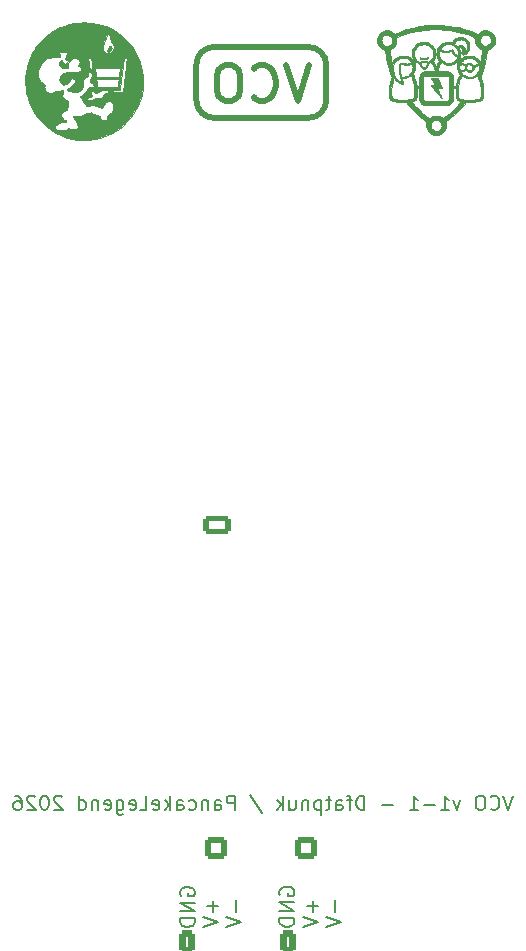
<source format=gbr>
%TF.GenerationSoftware,KiCad,Pcbnew,9.0.4*%
%TF.CreationDate,2026-02-02T18:41:13+11:00*%
%TF.ProjectId,VCO,56434f2e-6b69-4636-9164-5f7063625858,rev?*%
%TF.SameCoordinates,Original*%
%TF.FileFunction,Legend,Bot*%
%TF.FilePolarity,Positive*%
%FSLAX46Y46*%
G04 Gerber Fmt 4.6, Leading zero omitted, Abs format (unit mm)*
G04 Created by KiCad (PCBNEW 9.0.4) date 2026-02-02 18:41:13*
%MOMM*%
%LPD*%
G01*
G04 APERTURE LIST*
G04 Aperture macros list*
%AMRoundRect*
0 Rectangle with rounded corners*
0 $1 Rounding radius*
0 $2 $3 $4 $5 $6 $7 $8 $9 X,Y pos of 4 corners*
0 Add a 4 corners polygon primitive as box body*
4,1,4,$2,$3,$4,$5,$6,$7,$8,$9,$2,$3,0*
0 Add four circle primitives for the rounded corners*
1,1,$1+$1,$2,$3*
1,1,$1+$1,$4,$5*
1,1,$1+$1,$6,$7*
1,1,$1+$1,$8,$9*
0 Add four rect primitives between the rounded corners*
20,1,$1+$1,$2,$3,$4,$5,0*
20,1,$1+$1,$4,$5,$6,$7,0*
20,1,$1+$1,$6,$7,$8,$9,0*
20,1,$1+$1,$8,$9,$2,$3,0*%
G04 Aperture macros list end*
%ADD10C,0.500000*%
%ADD11C,0.150000*%
%ADD12C,0.200000*%
%ADD13C,0.010000*%
%ADD14C,4.000000*%
%ADD15O,1.600000X2.400000*%
%ADD16R,1.350000X1.900000*%
%ADD17O,1.350000X1.900000*%
%ADD18C,1.600000*%
%ADD19R,2.000000X2.000000*%
%ADD20C,2.200000*%
%ADD21RoundRect,0.291666X-0.408334X-0.708334X0.408334X-0.708334X0.408334X0.708334X-0.408334X0.708334X0*%
%ADD22O,1.400000X2.000000*%
%ADD23RoundRect,0.250000X-0.950000X-0.550000X0.950000X-0.550000X0.950000X0.550000X-0.950000X0.550000X0*%
%ADD24O,2.400000X1.600000*%
%ADD25RoundRect,0.250000X0.650000X-0.650000X0.650000X0.650000X-0.650000X0.650000X-0.650000X-0.650000X0*%
%ADD26C,1.800000*%
%ADD27R,1.900000X1.350000*%
%ADD28O,1.900000X1.350000*%
G04 APERTURE END LIST*
D10*
X70999998Y-73200000D02*
G75*
G02*
X69500000Y-71700000I2J1500000D01*
G01*
X79000002Y-67199997D02*
G75*
G02*
X80500003Y-68699998I-2J-1500003D01*
G01*
X78999999Y-67199998D02*
X71000000Y-67199999D01*
X69500001Y-68700000D02*
X69500001Y-71699999D01*
X80500001Y-71700000D02*
G75*
G02*
X79000002Y-73200001I-1500002J1D01*
G01*
X80500001Y-68699998D02*
X80500001Y-71699997D01*
X79000001Y-73200000D02*
X70999998Y-73200000D01*
X79071428Y-68761857D02*
X78071428Y-71761857D01*
X78071428Y-71761857D02*
X77071428Y-68761857D01*
X74357142Y-71476142D02*
X74499999Y-71619000D01*
X74499999Y-71619000D02*
X74928571Y-71761857D01*
X74928571Y-71761857D02*
X75214285Y-71761857D01*
X75214285Y-71761857D02*
X75642856Y-71619000D01*
X75642856Y-71619000D02*
X75928571Y-71333285D01*
X75928571Y-71333285D02*
X76071428Y-71047571D01*
X76071428Y-71047571D02*
X76214285Y-70476142D01*
X76214285Y-70476142D02*
X76214285Y-70047571D01*
X76214285Y-70047571D02*
X76071428Y-69476142D01*
X76071428Y-69476142D02*
X75928571Y-69190428D01*
X75928571Y-69190428D02*
X75642856Y-68904714D01*
X75642856Y-68904714D02*
X75214285Y-68761857D01*
X75214285Y-68761857D02*
X74928571Y-68761857D01*
X74928571Y-68761857D02*
X74499999Y-68904714D01*
X74499999Y-68904714D02*
X74357142Y-69047571D01*
X72499999Y-68761857D02*
X71928571Y-68761857D01*
X71928571Y-68761857D02*
X71642856Y-68904714D01*
X71642856Y-68904714D02*
X71357142Y-69190428D01*
X71357142Y-69190428D02*
X71214285Y-69761857D01*
X71214285Y-69761857D02*
X71214285Y-70761857D01*
X71214285Y-70761857D02*
X71357142Y-71333285D01*
X71357142Y-71333285D02*
X71642856Y-71619000D01*
X71642856Y-71619000D02*
X71928571Y-71761857D01*
X71928571Y-71761857D02*
X72499999Y-71761857D01*
X72499999Y-71761857D02*
X72785714Y-71619000D01*
X72785714Y-71619000D02*
X73071428Y-71333285D01*
X73071428Y-71333285D02*
X73214285Y-70761857D01*
X73214285Y-70761857D02*
X73214285Y-69761857D01*
X73214285Y-69761857D02*
X73071428Y-69190428D01*
X73071428Y-69190428D02*
X72785714Y-68904714D01*
X72785714Y-68904714D02*
X72499999Y-68761857D01*
X69500001Y-68700000D02*
G75*
G02*
X71000000Y-67200002I1499998J0D01*
G01*
D11*
X96299998Y-130597342D02*
X95899998Y-131797342D01*
X95899998Y-131797342D02*
X95499998Y-130597342D01*
X94414284Y-131683057D02*
X94471427Y-131740200D01*
X94471427Y-131740200D02*
X94642855Y-131797342D01*
X94642855Y-131797342D02*
X94757141Y-131797342D01*
X94757141Y-131797342D02*
X94928570Y-131740200D01*
X94928570Y-131740200D02*
X95042855Y-131625914D01*
X95042855Y-131625914D02*
X95099998Y-131511628D01*
X95099998Y-131511628D02*
X95157141Y-131283057D01*
X95157141Y-131283057D02*
X95157141Y-131111628D01*
X95157141Y-131111628D02*
X95099998Y-130883057D01*
X95099998Y-130883057D02*
X95042855Y-130768771D01*
X95042855Y-130768771D02*
X94928570Y-130654485D01*
X94928570Y-130654485D02*
X94757141Y-130597342D01*
X94757141Y-130597342D02*
X94642855Y-130597342D01*
X94642855Y-130597342D02*
X94471427Y-130654485D01*
X94471427Y-130654485D02*
X94414284Y-130711628D01*
X93671427Y-130597342D02*
X93442855Y-130597342D01*
X93442855Y-130597342D02*
X93328570Y-130654485D01*
X93328570Y-130654485D02*
X93214284Y-130768771D01*
X93214284Y-130768771D02*
X93157141Y-130997342D01*
X93157141Y-130997342D02*
X93157141Y-131397342D01*
X93157141Y-131397342D02*
X93214284Y-131625914D01*
X93214284Y-131625914D02*
X93328570Y-131740200D01*
X93328570Y-131740200D02*
X93442855Y-131797342D01*
X93442855Y-131797342D02*
X93671427Y-131797342D01*
X93671427Y-131797342D02*
X93785713Y-131740200D01*
X93785713Y-131740200D02*
X93899998Y-131625914D01*
X93899998Y-131625914D02*
X93957141Y-131397342D01*
X93957141Y-131397342D02*
X93957141Y-130997342D01*
X93957141Y-130997342D02*
X93899998Y-130768771D01*
X93899998Y-130768771D02*
X93785713Y-130654485D01*
X93785713Y-130654485D02*
X93671427Y-130597342D01*
X91842855Y-130997342D02*
X91557141Y-131797342D01*
X91557141Y-131797342D02*
X91271426Y-130997342D01*
X90185712Y-131797342D02*
X90871426Y-131797342D01*
X90528569Y-131797342D02*
X90528569Y-130597342D01*
X90528569Y-130597342D02*
X90642855Y-130768771D01*
X90642855Y-130768771D02*
X90757140Y-130883057D01*
X90757140Y-130883057D02*
X90871426Y-130940200D01*
X89671426Y-131340200D02*
X88757141Y-131340200D01*
X87557141Y-131797342D02*
X88242855Y-131797342D01*
X87899998Y-131797342D02*
X87899998Y-130597342D01*
X87899998Y-130597342D02*
X88014284Y-130768771D01*
X88014284Y-130768771D02*
X88128569Y-130883057D01*
X88128569Y-130883057D02*
X88242855Y-130940200D01*
X86128569Y-131340200D02*
X85214284Y-131340200D01*
X83728569Y-131797342D02*
X83728569Y-130597342D01*
X83728569Y-130597342D02*
X83442855Y-130597342D01*
X83442855Y-130597342D02*
X83271426Y-130654485D01*
X83271426Y-130654485D02*
X83157141Y-130768771D01*
X83157141Y-130768771D02*
X83099998Y-130883057D01*
X83099998Y-130883057D02*
X83042855Y-131111628D01*
X83042855Y-131111628D02*
X83042855Y-131283057D01*
X83042855Y-131283057D02*
X83099998Y-131511628D01*
X83099998Y-131511628D02*
X83157141Y-131625914D01*
X83157141Y-131625914D02*
X83271426Y-131740200D01*
X83271426Y-131740200D02*
X83442855Y-131797342D01*
X83442855Y-131797342D02*
X83728569Y-131797342D01*
X82699998Y-130997342D02*
X82242855Y-130997342D01*
X82528569Y-131797342D02*
X82528569Y-130768771D01*
X82528569Y-130768771D02*
X82471426Y-130654485D01*
X82471426Y-130654485D02*
X82357141Y-130597342D01*
X82357141Y-130597342D02*
X82242855Y-130597342D01*
X81328570Y-131797342D02*
X81328570Y-131168771D01*
X81328570Y-131168771D02*
X81385712Y-131054485D01*
X81385712Y-131054485D02*
X81499998Y-130997342D01*
X81499998Y-130997342D02*
X81728570Y-130997342D01*
X81728570Y-130997342D02*
X81842855Y-131054485D01*
X81328570Y-131740200D02*
X81442855Y-131797342D01*
X81442855Y-131797342D02*
X81728570Y-131797342D01*
X81728570Y-131797342D02*
X81842855Y-131740200D01*
X81842855Y-131740200D02*
X81899998Y-131625914D01*
X81899998Y-131625914D02*
X81899998Y-131511628D01*
X81899998Y-131511628D02*
X81842855Y-131397342D01*
X81842855Y-131397342D02*
X81728570Y-131340200D01*
X81728570Y-131340200D02*
X81442855Y-131340200D01*
X81442855Y-131340200D02*
X81328570Y-131283057D01*
X80928570Y-130997342D02*
X80471427Y-130997342D01*
X80757141Y-130597342D02*
X80757141Y-131625914D01*
X80757141Y-131625914D02*
X80699998Y-131740200D01*
X80699998Y-131740200D02*
X80585713Y-131797342D01*
X80585713Y-131797342D02*
X80471427Y-131797342D01*
X80071427Y-130997342D02*
X80071427Y-132197342D01*
X80071427Y-131054485D02*
X79957142Y-130997342D01*
X79957142Y-130997342D02*
X79728570Y-130997342D01*
X79728570Y-130997342D02*
X79614284Y-131054485D01*
X79614284Y-131054485D02*
X79557142Y-131111628D01*
X79557142Y-131111628D02*
X79499999Y-131225914D01*
X79499999Y-131225914D02*
X79499999Y-131568771D01*
X79499999Y-131568771D02*
X79557142Y-131683057D01*
X79557142Y-131683057D02*
X79614284Y-131740200D01*
X79614284Y-131740200D02*
X79728570Y-131797342D01*
X79728570Y-131797342D02*
X79957142Y-131797342D01*
X79957142Y-131797342D02*
X80071427Y-131740200D01*
X78985713Y-130997342D02*
X78985713Y-131797342D01*
X78985713Y-131111628D02*
X78928570Y-131054485D01*
X78928570Y-131054485D02*
X78814285Y-130997342D01*
X78814285Y-130997342D02*
X78642856Y-130997342D01*
X78642856Y-130997342D02*
X78528570Y-131054485D01*
X78528570Y-131054485D02*
X78471428Y-131168771D01*
X78471428Y-131168771D02*
X78471428Y-131797342D01*
X77385714Y-130997342D02*
X77385714Y-131797342D01*
X77899999Y-130997342D02*
X77899999Y-131625914D01*
X77899999Y-131625914D02*
X77842856Y-131740200D01*
X77842856Y-131740200D02*
X77728571Y-131797342D01*
X77728571Y-131797342D02*
X77557142Y-131797342D01*
X77557142Y-131797342D02*
X77442856Y-131740200D01*
X77442856Y-131740200D02*
X77385714Y-131683057D01*
X76814285Y-131797342D02*
X76814285Y-130597342D01*
X76700000Y-131340200D02*
X76357142Y-131797342D01*
X76357142Y-130997342D02*
X76814285Y-131454485D01*
X74071427Y-130540200D02*
X75099999Y-132083057D01*
X72757141Y-131797342D02*
X72757141Y-130597342D01*
X72757141Y-130597342D02*
X72299998Y-130597342D01*
X72299998Y-130597342D02*
X72185713Y-130654485D01*
X72185713Y-130654485D02*
X72128570Y-130711628D01*
X72128570Y-130711628D02*
X72071427Y-130825914D01*
X72071427Y-130825914D02*
X72071427Y-130997342D01*
X72071427Y-130997342D02*
X72128570Y-131111628D01*
X72128570Y-131111628D02*
X72185713Y-131168771D01*
X72185713Y-131168771D02*
X72299998Y-131225914D01*
X72299998Y-131225914D02*
X72757141Y-131225914D01*
X71042856Y-131797342D02*
X71042856Y-131168771D01*
X71042856Y-131168771D02*
X71099998Y-131054485D01*
X71099998Y-131054485D02*
X71214284Y-130997342D01*
X71214284Y-130997342D02*
X71442856Y-130997342D01*
X71442856Y-130997342D02*
X71557141Y-131054485D01*
X71042856Y-131740200D02*
X71157141Y-131797342D01*
X71157141Y-131797342D02*
X71442856Y-131797342D01*
X71442856Y-131797342D02*
X71557141Y-131740200D01*
X71557141Y-131740200D02*
X71614284Y-131625914D01*
X71614284Y-131625914D02*
X71614284Y-131511628D01*
X71614284Y-131511628D02*
X71557141Y-131397342D01*
X71557141Y-131397342D02*
X71442856Y-131340200D01*
X71442856Y-131340200D02*
X71157141Y-131340200D01*
X71157141Y-131340200D02*
X71042856Y-131283057D01*
X70471427Y-130997342D02*
X70471427Y-131797342D01*
X70471427Y-131111628D02*
X70414284Y-131054485D01*
X70414284Y-131054485D02*
X70299999Y-130997342D01*
X70299999Y-130997342D02*
X70128570Y-130997342D01*
X70128570Y-130997342D02*
X70014284Y-131054485D01*
X70014284Y-131054485D02*
X69957142Y-131168771D01*
X69957142Y-131168771D02*
X69957142Y-131797342D01*
X68871428Y-131740200D02*
X68985713Y-131797342D01*
X68985713Y-131797342D02*
X69214285Y-131797342D01*
X69214285Y-131797342D02*
X69328570Y-131740200D01*
X69328570Y-131740200D02*
X69385713Y-131683057D01*
X69385713Y-131683057D02*
X69442856Y-131568771D01*
X69442856Y-131568771D02*
X69442856Y-131225914D01*
X69442856Y-131225914D02*
X69385713Y-131111628D01*
X69385713Y-131111628D02*
X69328570Y-131054485D01*
X69328570Y-131054485D02*
X69214285Y-130997342D01*
X69214285Y-130997342D02*
X68985713Y-130997342D01*
X68985713Y-130997342D02*
X68871428Y-131054485D01*
X67842857Y-131797342D02*
X67842857Y-131168771D01*
X67842857Y-131168771D02*
X67899999Y-131054485D01*
X67899999Y-131054485D02*
X68014285Y-130997342D01*
X68014285Y-130997342D02*
X68242857Y-130997342D01*
X68242857Y-130997342D02*
X68357142Y-131054485D01*
X67842857Y-131740200D02*
X67957142Y-131797342D01*
X67957142Y-131797342D02*
X68242857Y-131797342D01*
X68242857Y-131797342D02*
X68357142Y-131740200D01*
X68357142Y-131740200D02*
X68414285Y-131625914D01*
X68414285Y-131625914D02*
X68414285Y-131511628D01*
X68414285Y-131511628D02*
X68357142Y-131397342D01*
X68357142Y-131397342D02*
X68242857Y-131340200D01*
X68242857Y-131340200D02*
X67957142Y-131340200D01*
X67957142Y-131340200D02*
X67842857Y-131283057D01*
X67271428Y-131797342D02*
X67271428Y-130597342D01*
X67157143Y-131340200D02*
X66814285Y-131797342D01*
X66814285Y-130997342D02*
X67271428Y-131454485D01*
X65842856Y-131740200D02*
X65957142Y-131797342D01*
X65957142Y-131797342D02*
X66185714Y-131797342D01*
X66185714Y-131797342D02*
X66299999Y-131740200D01*
X66299999Y-131740200D02*
X66357142Y-131625914D01*
X66357142Y-131625914D02*
X66357142Y-131168771D01*
X66357142Y-131168771D02*
X66299999Y-131054485D01*
X66299999Y-131054485D02*
X66185714Y-130997342D01*
X66185714Y-130997342D02*
X65957142Y-130997342D01*
X65957142Y-130997342D02*
X65842856Y-131054485D01*
X65842856Y-131054485D02*
X65785714Y-131168771D01*
X65785714Y-131168771D02*
X65785714Y-131283057D01*
X65785714Y-131283057D02*
X66357142Y-131397342D01*
X64700000Y-131797342D02*
X65271428Y-131797342D01*
X65271428Y-131797342D02*
X65271428Y-130597342D01*
X63842856Y-131740200D02*
X63957142Y-131797342D01*
X63957142Y-131797342D02*
X64185714Y-131797342D01*
X64185714Y-131797342D02*
X64299999Y-131740200D01*
X64299999Y-131740200D02*
X64357142Y-131625914D01*
X64357142Y-131625914D02*
X64357142Y-131168771D01*
X64357142Y-131168771D02*
X64299999Y-131054485D01*
X64299999Y-131054485D02*
X64185714Y-130997342D01*
X64185714Y-130997342D02*
X63957142Y-130997342D01*
X63957142Y-130997342D02*
X63842856Y-131054485D01*
X63842856Y-131054485D02*
X63785714Y-131168771D01*
X63785714Y-131168771D02*
X63785714Y-131283057D01*
X63785714Y-131283057D02*
X64357142Y-131397342D01*
X62757143Y-130997342D02*
X62757143Y-131968771D01*
X62757143Y-131968771D02*
X62814285Y-132083057D01*
X62814285Y-132083057D02*
X62871428Y-132140200D01*
X62871428Y-132140200D02*
X62985714Y-132197342D01*
X62985714Y-132197342D02*
X63157143Y-132197342D01*
X63157143Y-132197342D02*
X63271428Y-132140200D01*
X62757143Y-131740200D02*
X62871428Y-131797342D01*
X62871428Y-131797342D02*
X63100000Y-131797342D01*
X63100000Y-131797342D02*
X63214285Y-131740200D01*
X63214285Y-131740200D02*
X63271428Y-131683057D01*
X63271428Y-131683057D02*
X63328571Y-131568771D01*
X63328571Y-131568771D02*
X63328571Y-131225914D01*
X63328571Y-131225914D02*
X63271428Y-131111628D01*
X63271428Y-131111628D02*
X63214285Y-131054485D01*
X63214285Y-131054485D02*
X63100000Y-130997342D01*
X63100000Y-130997342D02*
X62871428Y-130997342D01*
X62871428Y-130997342D02*
X62757143Y-131054485D01*
X61728571Y-131740200D02*
X61842857Y-131797342D01*
X61842857Y-131797342D02*
X62071429Y-131797342D01*
X62071429Y-131797342D02*
X62185714Y-131740200D01*
X62185714Y-131740200D02*
X62242857Y-131625914D01*
X62242857Y-131625914D02*
X62242857Y-131168771D01*
X62242857Y-131168771D02*
X62185714Y-131054485D01*
X62185714Y-131054485D02*
X62071429Y-130997342D01*
X62071429Y-130997342D02*
X61842857Y-130997342D01*
X61842857Y-130997342D02*
X61728571Y-131054485D01*
X61728571Y-131054485D02*
X61671429Y-131168771D01*
X61671429Y-131168771D02*
X61671429Y-131283057D01*
X61671429Y-131283057D02*
X62242857Y-131397342D01*
X61157143Y-130997342D02*
X61157143Y-131797342D01*
X61157143Y-131111628D02*
X61100000Y-131054485D01*
X61100000Y-131054485D02*
X60985715Y-130997342D01*
X60985715Y-130997342D02*
X60814286Y-130997342D01*
X60814286Y-130997342D02*
X60700000Y-131054485D01*
X60700000Y-131054485D02*
X60642858Y-131168771D01*
X60642858Y-131168771D02*
X60642858Y-131797342D01*
X59557144Y-131797342D02*
X59557144Y-130597342D01*
X59557144Y-131740200D02*
X59671429Y-131797342D01*
X59671429Y-131797342D02*
X59900001Y-131797342D01*
X59900001Y-131797342D02*
X60014286Y-131740200D01*
X60014286Y-131740200D02*
X60071429Y-131683057D01*
X60071429Y-131683057D02*
X60128572Y-131568771D01*
X60128572Y-131568771D02*
X60128572Y-131225914D01*
X60128572Y-131225914D02*
X60071429Y-131111628D01*
X60071429Y-131111628D02*
X60014286Y-131054485D01*
X60014286Y-131054485D02*
X59900001Y-130997342D01*
X59900001Y-130997342D02*
X59671429Y-130997342D01*
X59671429Y-130997342D02*
X59557144Y-131054485D01*
X58128572Y-130711628D02*
X58071429Y-130654485D01*
X58071429Y-130654485D02*
X57957144Y-130597342D01*
X57957144Y-130597342D02*
X57671429Y-130597342D01*
X57671429Y-130597342D02*
X57557144Y-130654485D01*
X57557144Y-130654485D02*
X57500001Y-130711628D01*
X57500001Y-130711628D02*
X57442858Y-130825914D01*
X57442858Y-130825914D02*
X57442858Y-130940200D01*
X57442858Y-130940200D02*
X57500001Y-131111628D01*
X57500001Y-131111628D02*
X58185715Y-131797342D01*
X58185715Y-131797342D02*
X57442858Y-131797342D01*
X56700001Y-130597342D02*
X56585715Y-130597342D01*
X56585715Y-130597342D02*
X56471429Y-130654485D01*
X56471429Y-130654485D02*
X56414287Y-130711628D01*
X56414287Y-130711628D02*
X56357144Y-130825914D01*
X56357144Y-130825914D02*
X56300001Y-131054485D01*
X56300001Y-131054485D02*
X56300001Y-131340200D01*
X56300001Y-131340200D02*
X56357144Y-131568771D01*
X56357144Y-131568771D02*
X56414287Y-131683057D01*
X56414287Y-131683057D02*
X56471429Y-131740200D01*
X56471429Y-131740200D02*
X56585715Y-131797342D01*
X56585715Y-131797342D02*
X56700001Y-131797342D01*
X56700001Y-131797342D02*
X56814287Y-131740200D01*
X56814287Y-131740200D02*
X56871429Y-131683057D01*
X56871429Y-131683057D02*
X56928572Y-131568771D01*
X56928572Y-131568771D02*
X56985715Y-131340200D01*
X56985715Y-131340200D02*
X56985715Y-131054485D01*
X56985715Y-131054485D02*
X56928572Y-130825914D01*
X56928572Y-130825914D02*
X56871429Y-130711628D01*
X56871429Y-130711628D02*
X56814287Y-130654485D01*
X56814287Y-130654485D02*
X56700001Y-130597342D01*
X55842858Y-130711628D02*
X55785715Y-130654485D01*
X55785715Y-130654485D02*
X55671430Y-130597342D01*
X55671430Y-130597342D02*
X55385715Y-130597342D01*
X55385715Y-130597342D02*
X55271430Y-130654485D01*
X55271430Y-130654485D02*
X55214287Y-130711628D01*
X55214287Y-130711628D02*
X55157144Y-130825914D01*
X55157144Y-130825914D02*
X55157144Y-130940200D01*
X55157144Y-130940200D02*
X55214287Y-131111628D01*
X55214287Y-131111628D02*
X55900001Y-131797342D01*
X55900001Y-131797342D02*
X55157144Y-131797342D01*
X54128573Y-130597342D02*
X54357144Y-130597342D01*
X54357144Y-130597342D02*
X54471430Y-130654485D01*
X54471430Y-130654485D02*
X54528573Y-130711628D01*
X54528573Y-130711628D02*
X54642858Y-130883057D01*
X54642858Y-130883057D02*
X54700001Y-131111628D01*
X54700001Y-131111628D02*
X54700001Y-131568771D01*
X54700001Y-131568771D02*
X54642858Y-131683057D01*
X54642858Y-131683057D02*
X54585715Y-131740200D01*
X54585715Y-131740200D02*
X54471430Y-131797342D01*
X54471430Y-131797342D02*
X54242858Y-131797342D01*
X54242858Y-131797342D02*
X54128573Y-131740200D01*
X54128573Y-131740200D02*
X54071430Y-131683057D01*
X54071430Y-131683057D02*
X54014287Y-131568771D01*
X54014287Y-131568771D02*
X54014287Y-131283057D01*
X54014287Y-131283057D02*
X54071430Y-131168771D01*
X54071430Y-131168771D02*
X54128573Y-131111628D01*
X54128573Y-131111628D02*
X54242858Y-131054485D01*
X54242858Y-131054485D02*
X54471430Y-131054485D01*
X54471430Y-131054485D02*
X54585715Y-131111628D01*
X54585715Y-131111628D02*
X54642858Y-131168771D01*
X54642858Y-131168771D02*
X54700001Y-131283057D01*
D12*
X68167602Y-139049197D02*
X68107126Y-138928244D01*
X68107126Y-138928244D02*
X68107126Y-138746816D01*
X68107126Y-138746816D02*
X68167602Y-138565387D01*
X68167602Y-138565387D02*
X68288554Y-138444435D01*
X68288554Y-138444435D02*
X68409507Y-138383958D01*
X68409507Y-138383958D02*
X68651411Y-138323482D01*
X68651411Y-138323482D02*
X68832840Y-138323482D01*
X68832840Y-138323482D02*
X69074745Y-138383958D01*
X69074745Y-138383958D02*
X69195697Y-138444435D01*
X69195697Y-138444435D02*
X69316650Y-138565387D01*
X69316650Y-138565387D02*
X69377126Y-138746816D01*
X69377126Y-138746816D02*
X69377126Y-138867768D01*
X69377126Y-138867768D02*
X69316650Y-139049197D01*
X69316650Y-139049197D02*
X69256173Y-139109673D01*
X69256173Y-139109673D02*
X68832840Y-139109673D01*
X68832840Y-139109673D02*
X68832840Y-138867768D01*
X69377126Y-139653958D02*
X68107126Y-139653958D01*
X68107126Y-139653958D02*
X69377126Y-140379673D01*
X69377126Y-140379673D02*
X68107126Y-140379673D01*
X69377126Y-140984434D02*
X68107126Y-140984434D01*
X68107126Y-140984434D02*
X68107126Y-141286815D01*
X68107126Y-141286815D02*
X68167602Y-141468244D01*
X68167602Y-141468244D02*
X68288554Y-141589196D01*
X68288554Y-141589196D02*
X68409507Y-141649673D01*
X68409507Y-141649673D02*
X68651411Y-141710149D01*
X68651411Y-141710149D02*
X68832840Y-141710149D01*
X68832840Y-141710149D02*
X69074745Y-141649673D01*
X69074745Y-141649673D02*
X69195697Y-141589196D01*
X69195697Y-141589196D02*
X69316650Y-141468244D01*
X69316650Y-141468244D02*
X69377126Y-141286815D01*
X69377126Y-141286815D02*
X69377126Y-140984434D01*
X70893316Y-139483958D02*
X70893316Y-140451578D01*
X71377126Y-139967768D02*
X70409507Y-139967768D01*
X70107126Y-140874911D02*
X71377126Y-141298244D01*
X71377126Y-141298244D02*
X70107126Y-141721578D01*
X72818316Y-139458958D02*
X72818316Y-140426578D01*
X72032126Y-140849911D02*
X73302126Y-141273244D01*
X73302126Y-141273244D02*
X72032126Y-141696578D01*
X81243316Y-139433958D02*
X81243316Y-140401578D01*
X80457126Y-140824911D02*
X81727126Y-141248244D01*
X81727126Y-141248244D02*
X80457126Y-141671578D01*
X76592602Y-139024197D02*
X76532126Y-138903244D01*
X76532126Y-138903244D02*
X76532126Y-138721816D01*
X76532126Y-138721816D02*
X76592602Y-138540387D01*
X76592602Y-138540387D02*
X76713554Y-138419435D01*
X76713554Y-138419435D02*
X76834507Y-138358958D01*
X76834507Y-138358958D02*
X77076411Y-138298482D01*
X77076411Y-138298482D02*
X77257840Y-138298482D01*
X77257840Y-138298482D02*
X77499745Y-138358958D01*
X77499745Y-138358958D02*
X77620697Y-138419435D01*
X77620697Y-138419435D02*
X77741650Y-138540387D01*
X77741650Y-138540387D02*
X77802126Y-138721816D01*
X77802126Y-138721816D02*
X77802126Y-138842768D01*
X77802126Y-138842768D02*
X77741650Y-139024197D01*
X77741650Y-139024197D02*
X77681173Y-139084673D01*
X77681173Y-139084673D02*
X77257840Y-139084673D01*
X77257840Y-139084673D02*
X77257840Y-138842768D01*
X77802126Y-139628958D02*
X76532126Y-139628958D01*
X76532126Y-139628958D02*
X77802126Y-140354673D01*
X77802126Y-140354673D02*
X76532126Y-140354673D01*
X77802126Y-140959434D02*
X76532126Y-140959434D01*
X76532126Y-140959434D02*
X76532126Y-141261815D01*
X76532126Y-141261815D02*
X76592602Y-141443244D01*
X76592602Y-141443244D02*
X76713554Y-141564196D01*
X76713554Y-141564196D02*
X76834507Y-141624673D01*
X76834507Y-141624673D02*
X77076411Y-141685149D01*
X77076411Y-141685149D02*
X77257840Y-141685149D01*
X77257840Y-141685149D02*
X77499745Y-141624673D01*
X77499745Y-141624673D02*
X77620697Y-141564196D01*
X77620697Y-141564196D02*
X77741650Y-141443244D01*
X77741650Y-141443244D02*
X77802126Y-141261815D01*
X77802126Y-141261815D02*
X77802126Y-140959434D01*
X79343316Y-139483958D02*
X79343316Y-140451578D01*
X79827126Y-139967768D02*
X78859507Y-139967768D01*
X78557126Y-140874911D02*
X79827126Y-141298244D01*
X79827126Y-141298244D02*
X78557126Y-141721578D01*
D13*
%TO.C,Ref\u002A\u002A*%
X89086870Y-68081954D02*
X89101500Y-68115623D01*
X89095914Y-68135945D01*
X89057551Y-68176409D01*
X88989674Y-68214775D01*
X88900417Y-68245779D01*
X88831926Y-68256333D01*
X88739415Y-68255459D01*
X88642977Y-68242445D01*
X88551865Y-68219687D01*
X88475330Y-68189582D01*
X88422625Y-68154527D01*
X88403000Y-68116919D01*
X88403957Y-68105227D01*
X88425483Y-68078052D01*
X88476487Y-68078208D01*
X88558485Y-68105583D01*
X88590633Y-68116180D01*
X88669449Y-68131367D01*
X88752250Y-68137333D01*
X88795937Y-68135504D01*
X88879672Y-68124055D01*
X88946015Y-68105583D01*
X88966722Y-68097264D01*
X89042290Y-68075857D01*
X89086870Y-68081954D01*
G36*
X89086870Y-68081954D02*
G01*
X89101500Y-68115623D01*
X89095914Y-68135945D01*
X89057551Y-68176409D01*
X88989674Y-68214775D01*
X88900417Y-68245779D01*
X88831926Y-68256333D01*
X88739415Y-68255459D01*
X88642977Y-68242445D01*
X88551865Y-68219687D01*
X88475330Y-68189582D01*
X88422625Y-68154527D01*
X88403000Y-68116919D01*
X88403957Y-68105227D01*
X88425483Y-68078052D01*
X88476487Y-68078208D01*
X88558485Y-68105583D01*
X88590633Y-68116180D01*
X88669449Y-68131367D01*
X88752250Y-68137333D01*
X88795937Y-68135504D01*
X88879672Y-68124055D01*
X88946015Y-68105583D01*
X88966722Y-68097264D01*
X89042290Y-68075857D01*
X89086870Y-68081954D01*
G37*
X89675246Y-69835344D02*
X89952658Y-69841250D01*
X90117613Y-70254000D01*
X90282567Y-70666750D01*
X90086575Y-70677333D01*
X89890583Y-70687917D01*
X90048422Y-71016000D01*
X90085523Y-71093336D01*
X90139288Y-71206162D01*
X90186972Y-71307085D01*
X90224454Y-71387373D01*
X90247615Y-71438289D01*
X90268198Y-71485748D01*
X90278356Y-71514531D01*
X90271378Y-71515500D01*
X90247223Y-71494714D01*
X90243609Y-71491263D01*
X90212765Y-71458472D01*
X90160719Y-71400612D01*
X90091565Y-71322426D01*
X90009393Y-71228656D01*
X89918298Y-71124044D01*
X89822369Y-71013331D01*
X89725701Y-70901259D01*
X89632385Y-70792570D01*
X89546513Y-70692006D01*
X89472177Y-70604308D01*
X89413470Y-70534220D01*
X89374483Y-70486482D01*
X89359310Y-70465836D01*
X89361281Y-70462005D01*
X89391960Y-70452714D01*
X89452033Y-70444938D01*
X89532259Y-70440054D01*
X89711981Y-70433917D01*
X89554907Y-70153477D01*
X89526866Y-70103063D01*
X89475852Y-70009349D01*
X89434925Y-69931490D01*
X89407710Y-69876462D01*
X89397833Y-69851238D01*
X89408729Y-69843976D01*
X89458924Y-69837186D01*
X89548334Y-69834276D01*
X89675246Y-69835344D01*
G36*
X89675246Y-69835344D02*
G01*
X89952658Y-69841250D01*
X90117613Y-70254000D01*
X90282567Y-70666750D01*
X90086575Y-70677333D01*
X89890583Y-70687917D01*
X90048422Y-71016000D01*
X90085523Y-71093336D01*
X90139288Y-71206162D01*
X90186972Y-71307085D01*
X90224454Y-71387373D01*
X90247615Y-71438289D01*
X90268198Y-71485748D01*
X90278356Y-71514531D01*
X90271378Y-71515500D01*
X90247223Y-71494714D01*
X90243609Y-71491263D01*
X90212765Y-71458472D01*
X90160719Y-71400612D01*
X90091565Y-71322426D01*
X90009393Y-71228656D01*
X89918298Y-71124044D01*
X89822369Y-71013331D01*
X89725701Y-70901259D01*
X89632385Y-70792570D01*
X89546513Y-70692006D01*
X89472177Y-70604308D01*
X89413470Y-70534220D01*
X89374483Y-70486482D01*
X89359310Y-70465836D01*
X89361281Y-70462005D01*
X89391960Y-70452714D01*
X89452033Y-70444938D01*
X89532259Y-70440054D01*
X89711981Y-70433917D01*
X89554907Y-70153477D01*
X89526866Y-70103063D01*
X89475852Y-70009349D01*
X89434925Y-69931490D01*
X89407710Y-69876462D01*
X89397833Y-69851238D01*
X89408729Y-69843976D01*
X89458924Y-69837186D01*
X89548334Y-69834276D01*
X89675246Y-69835344D01*
G37*
X94784737Y-66641985D02*
X94783501Y-66742784D01*
X94778763Y-66815197D01*
X94768421Y-66871359D01*
X94750376Y-66923408D01*
X94722528Y-66983480D01*
X94688865Y-67043091D01*
X94625170Y-67134561D01*
X94558694Y-67211822D01*
X94538973Y-67230408D01*
X94465209Y-67288475D01*
X94378686Y-67344704D01*
X94290693Y-67392740D01*
X94212517Y-67426228D01*
X94155445Y-67438816D01*
X94137573Y-67441987D01*
X94120973Y-67458540D01*
X94118685Y-67465262D01*
X94108297Y-67495786D01*
X94097291Y-67560906D01*
X94085701Y-67661083D01*
X94065591Y-67824233D01*
X94018115Y-68114609D01*
X93954613Y-68425321D01*
X93910275Y-68609618D01*
X93877509Y-68745816D01*
X93824256Y-68938678D01*
X93789227Y-69065543D01*
X93692191Y-69373950D01*
X93691660Y-69375530D01*
X93652145Y-69496409D01*
X93618767Y-69604847D01*
X93593479Y-69693963D01*
X93578236Y-69756874D01*
X93574992Y-69786700D01*
X93578206Y-69796656D01*
X93594180Y-69844138D01*
X93618661Y-69915674D01*
X93647805Y-70000000D01*
X93693065Y-70141226D01*
X93737519Y-70319979D01*
X93766870Y-70503041D01*
X93782967Y-70702722D01*
X93787224Y-70910167D01*
X93787658Y-70931333D01*
X93783058Y-71152896D01*
X93769159Y-71345101D01*
X93745861Y-71497957D01*
X93713052Y-71612473D01*
X93692505Y-71647213D01*
X93649865Y-71683502D01*
X93581986Y-71717338D01*
X93483294Y-71751410D01*
X93348215Y-71788404D01*
X93266014Y-71808384D01*
X93252854Y-71810931D01*
X93034367Y-71853218D01*
X92810788Y-71876981D01*
X92575313Y-71882093D01*
X92334377Y-71878785D01*
X92156374Y-72093832D01*
X91933399Y-72349601D01*
X91663951Y-72630949D01*
X91377840Y-72904540D01*
X91086032Y-73159928D01*
X90799492Y-73386667D01*
X90751333Y-73422752D01*
X90677832Y-73479626D01*
X90631153Y-73520158D01*
X90606164Y-73549810D01*
X90597734Y-73574047D01*
X90600734Y-73598333D01*
X90604331Y-73618816D01*
X90609676Y-73681092D01*
X90613261Y-73766526D01*
X90614298Y-73850199D01*
X90614455Y-73862917D01*
X90613816Y-73933436D01*
X90609897Y-74016123D01*
X90600277Y-74078685D01*
X90582531Y-74134587D01*
X90554234Y-74197296D01*
X90525158Y-74251155D01*
X90419431Y-74391996D01*
X90285608Y-74510928D01*
X90132363Y-74601160D01*
X89968375Y-74655900D01*
X89805036Y-74672143D01*
X89631279Y-74652192D01*
X89465723Y-74596816D01*
X89314362Y-74509531D01*
X89183190Y-74393852D01*
X89078204Y-74253291D01*
X89005399Y-74091365D01*
X88991309Y-74024767D01*
X88981855Y-73930995D01*
X88979285Y-73860191D01*
X89336316Y-73860191D01*
X89354529Y-73974941D01*
X89402516Y-74083367D01*
X89481713Y-74179366D01*
X89593557Y-74256834D01*
X89720664Y-74301606D01*
X89852194Y-74306950D01*
X89979398Y-74271486D01*
X90097338Y-74195812D01*
X90107941Y-74186493D01*
X90195050Y-74083460D01*
X90246547Y-73969292D01*
X90264695Y-73850199D01*
X90251758Y-73732390D01*
X90209998Y-73622076D01*
X90141679Y-73525467D01*
X90049065Y-73448771D01*
X89934417Y-73398200D01*
X89800000Y-73379963D01*
X89771804Y-73380694D01*
X89641554Y-73405210D01*
X89532456Y-73460025D01*
X89445946Y-73539034D01*
X89383461Y-73636134D01*
X89346439Y-73745221D01*
X89336316Y-73860191D01*
X88979285Y-73860191D01*
X88978047Y-73826091D01*
X88979987Y-73723313D01*
X88987775Y-73635919D01*
X89001510Y-73577167D01*
X89001766Y-73576499D01*
X88994672Y-73552518D01*
X88959559Y-73513523D01*
X88893810Y-73457024D01*
X88794808Y-73380531D01*
X88724496Y-73327077D01*
X88387411Y-73050752D01*
X88054035Y-72745631D01*
X87735187Y-72422032D01*
X87441685Y-72090271D01*
X87265433Y-71878935D01*
X87014008Y-71881775D01*
X86931219Y-71881427D01*
X86756941Y-71873095D01*
X86583685Y-71855590D01*
X86417353Y-71830229D01*
X86337599Y-71813658D01*
X87706766Y-71813658D01*
X87708042Y-71818505D01*
X87728760Y-71848372D01*
X87769069Y-71898863D01*
X87823183Y-71962577D01*
X87998706Y-72157752D01*
X88317604Y-72483695D01*
X88648065Y-72787645D01*
X88979867Y-73059903D01*
X89211908Y-73238434D01*
X89292605Y-73174521D01*
X89362450Y-73124080D01*
X89480160Y-73063076D01*
X89611077Y-73026789D01*
X89768250Y-73010727D01*
X89837976Y-73008658D01*
X89929677Y-73011323D01*
X90005792Y-73023190D01*
X90082717Y-73046106D01*
X90133506Y-73066373D01*
X90227422Y-73112759D01*
X90307663Y-73162153D01*
X90408642Y-73234700D01*
X90638779Y-73056008D01*
X90883667Y-72856869D01*
X91161098Y-72611496D01*
X91428751Y-72354812D01*
X91671904Y-72100435D01*
X91934993Y-71810931D01*
X91763833Y-71755317D01*
X91702200Y-71734266D01*
X91622804Y-71699919D01*
X91571002Y-71662025D01*
X91537946Y-71613140D01*
X91514786Y-71545821D01*
X91507606Y-71516228D01*
X91488192Y-71406586D01*
X91471965Y-71272592D01*
X91460102Y-71127613D01*
X91453781Y-70985016D01*
X91454160Y-70864467D01*
X91632189Y-70864467D01*
X91634700Y-71072968D01*
X91651031Y-71277805D01*
X91680232Y-71460500D01*
X91683159Y-71472830D01*
X91696709Y-71506244D01*
X91721459Y-71533214D01*
X91763498Y-71556547D01*
X91828917Y-71579046D01*
X91923804Y-71603517D01*
X92054250Y-71632765D01*
X92149139Y-71650072D01*
X92320587Y-71670341D01*
X92508112Y-71682057D01*
X92697428Y-71684794D01*
X92874246Y-71678127D01*
X93024279Y-71661632D01*
X93130666Y-71642454D01*
X93250730Y-71617026D01*
X93360591Y-71590102D01*
X93449696Y-71564289D01*
X93507494Y-71542196D01*
X93527398Y-71520795D01*
X93551327Y-71458210D01*
X93570830Y-71361301D01*
X93585267Y-71234622D01*
X93593998Y-71082726D01*
X93596382Y-70910167D01*
X93595611Y-70848789D01*
X93583982Y-70629093D01*
X93556545Y-70426351D01*
X93510575Y-70228113D01*
X93443342Y-70021934D01*
X93352121Y-69795363D01*
X93268249Y-69601310D01*
X93149270Y-69684656D01*
X92985436Y-69775516D01*
X92804758Y-69831538D01*
X92617210Y-69850508D01*
X92429623Y-69832422D01*
X92248830Y-69777278D01*
X92081661Y-69685074D01*
X91963279Y-69602147D01*
X91898929Y-69742865D01*
X91869531Y-69808479D01*
X91781127Y-70030337D01*
X91716517Y-70242437D01*
X91671342Y-70461003D01*
X91641245Y-70702261D01*
X91632189Y-70864467D01*
X91454160Y-70864467D01*
X91454180Y-70858166D01*
X91454805Y-70840745D01*
X91457316Y-70752881D01*
X91456351Y-70698778D01*
X91450574Y-70671068D01*
X91438652Y-70662384D01*
X91419250Y-70665360D01*
X91380599Y-70672497D01*
X91320050Y-70677044D01*
X91263183Y-70677333D01*
X91256550Y-71201208D01*
X91254348Y-71359788D01*
X91251837Y-71488274D01*
X91248610Y-71585757D01*
X91244170Y-71658006D01*
X91238026Y-71710788D01*
X91229682Y-71749873D01*
X91218644Y-71781030D01*
X91204420Y-71810027D01*
X91184552Y-71844505D01*
X91084010Y-71967593D01*
X90953861Y-72060586D01*
X90940724Y-72067436D01*
X90919593Y-72076857D01*
X90894737Y-72084658D01*
X90862293Y-72091022D01*
X90818403Y-72096132D01*
X90759204Y-72100171D01*
X90680837Y-72103322D01*
X90579441Y-72105768D01*
X90451154Y-72107692D01*
X90292117Y-72109278D01*
X90098468Y-72110708D01*
X89866347Y-72112166D01*
X89774195Y-72112714D01*
X89538739Y-72113864D01*
X89340467Y-72114120D01*
X89175566Y-72113113D01*
X89040225Y-72110477D01*
X88930633Y-72105843D01*
X88842978Y-72098844D01*
X88773450Y-72089112D01*
X88718237Y-72076280D01*
X88673528Y-72059981D01*
X88635512Y-72039847D01*
X88600376Y-72015509D01*
X88564311Y-71986602D01*
X88536155Y-71959963D01*
X88477721Y-71887889D01*
X88432226Y-71811250D01*
X88430809Y-71808200D01*
X88415311Y-71772841D01*
X88403511Y-71738209D01*
X88394903Y-71698153D01*
X88388982Y-71646521D01*
X88385241Y-71577162D01*
X88383175Y-71483925D01*
X88382277Y-71360657D01*
X88382040Y-71201208D01*
X88381718Y-71106641D01*
X88380242Y-70975137D01*
X88377742Y-70862650D01*
X88374404Y-70775008D01*
X88370414Y-70718041D01*
X88365958Y-70697578D01*
X88359631Y-70696865D01*
X88319991Y-70690361D01*
X88261624Y-70679528D01*
X88173165Y-70662399D01*
X88172508Y-70950324D01*
X88170415Y-71065251D01*
X88170241Y-71074845D01*
X88160353Y-71243356D01*
X88143458Y-71392479D01*
X88120455Y-71516512D01*
X88092240Y-71609753D01*
X88059713Y-71666501D01*
X88058836Y-71667415D01*
X88015150Y-71697814D01*
X87945624Y-71731446D01*
X87864896Y-71761197D01*
X87853780Y-71764677D01*
X87782153Y-71787536D01*
X87729580Y-71805047D01*
X87706766Y-71813658D01*
X86337599Y-71813658D01*
X86263847Y-71798334D01*
X86129067Y-71761224D01*
X86018916Y-71720219D01*
X85939295Y-71676638D01*
X85896105Y-71631800D01*
X85871321Y-71566725D01*
X85845797Y-71450952D01*
X85827018Y-71301597D01*
X85815535Y-71123312D01*
X85811899Y-70920750D01*
X85812009Y-70901091D01*
X85993801Y-70901091D01*
X85994408Y-70999156D01*
X86002084Y-71105937D01*
X86017155Y-71237887D01*
X86017291Y-71238968D01*
X86035002Y-71366089D01*
X86051625Y-71455309D01*
X86068154Y-71510977D01*
X86085584Y-71537444D01*
X86091096Y-71540913D01*
X86138781Y-71560241D01*
X86216497Y-71583704D01*
X86314640Y-71608953D01*
X86423605Y-71633639D01*
X86533787Y-71655414D01*
X86635583Y-71671929D01*
X86779215Y-71686038D01*
X87009959Y-71690164D01*
X87252326Y-71675722D01*
X87491195Y-71643789D01*
X87711446Y-71595437D01*
X87753882Y-71583800D01*
X87829865Y-71560376D01*
X87877223Y-71536074D01*
X87904510Y-71502247D01*
X87920283Y-71450247D01*
X87933099Y-71371427D01*
X87964695Y-71065251D01*
X87963788Y-70752813D01*
X87926084Y-70448386D01*
X87850617Y-70144401D01*
X87736417Y-69833289D01*
X87638366Y-69600995D01*
X87519162Y-69684498D01*
X87503212Y-69695381D01*
X87344281Y-69779039D01*
X87169470Y-69832819D01*
X86994126Y-69851833D01*
X86859711Y-69851833D01*
X86891206Y-69941098D01*
X86899856Y-69964002D01*
X86935906Y-70045075D01*
X86976300Y-70121823D01*
X86979905Y-70128062D01*
X87016692Y-70214530D01*
X87016886Y-70280353D01*
X86980480Y-70325221D01*
X86975576Y-70327912D01*
X86921511Y-70333181D01*
X86845398Y-70312702D01*
X86753770Y-70270663D01*
X86653157Y-70211249D01*
X86550091Y-70138647D01*
X86451104Y-70057045D01*
X86362727Y-69970628D01*
X86291491Y-69883583D01*
X86246808Y-69820083D01*
X86190156Y-69947083D01*
X86178576Y-69974002D01*
X86122856Y-70131548D01*
X86073720Y-70316495D01*
X86034103Y-70516476D01*
X86006940Y-70719124D01*
X85999941Y-70795288D01*
X85993801Y-70901091D01*
X85812009Y-70901091D01*
X85812160Y-70874270D01*
X85818099Y-70677901D01*
X85833556Y-70505226D01*
X85860891Y-70341320D01*
X85902464Y-70171261D01*
X85960635Y-69980125D01*
X86035394Y-69750425D01*
X85917760Y-69404254D01*
X85828616Y-69125034D01*
X85819318Y-69092115D01*
X86146386Y-69092115D01*
X86160421Y-69254212D01*
X86194599Y-69419750D01*
X86245865Y-69570433D01*
X86250301Y-69580545D01*
X86314541Y-69699212D01*
X86399862Y-69822633D01*
X86494916Y-69935791D01*
X86588353Y-70023667D01*
X86645256Y-70065416D01*
X86713682Y-70110334D01*
X86782139Y-70151278D01*
X86841875Y-70183281D01*
X86884135Y-70201376D01*
X86900167Y-70200596D01*
X86899080Y-70195727D01*
X86885140Y-70161817D01*
X86860275Y-70110282D01*
X86853880Y-70097028D01*
X86825999Y-70031010D01*
X86793097Y-69944217D01*
X86761005Y-69851833D01*
X86754635Y-69832432D01*
X86737609Y-69777877D01*
X86724528Y-69727592D01*
X86714757Y-69674920D01*
X86707659Y-69613203D01*
X86702599Y-69535785D01*
X86698941Y-69436008D01*
X86696049Y-69307216D01*
X86693287Y-69142750D01*
X86691885Y-69053810D01*
X86772877Y-69053810D01*
X86773428Y-69180839D01*
X86776006Y-69305436D01*
X86780633Y-69419991D01*
X86787326Y-69516888D01*
X86796107Y-69588517D01*
X86796537Y-69590980D01*
X86810606Y-69662405D01*
X86825496Y-69702815D01*
X86847627Y-69722844D01*
X86883420Y-69733125D01*
X86978749Y-69742326D01*
X87120800Y-69729655D01*
X87265962Y-69691081D01*
X87399544Y-69629553D01*
X87519344Y-69541886D01*
X87544126Y-69514535D01*
X87819018Y-69514535D01*
X87888441Y-69656726D01*
X87909680Y-69702073D01*
X87970121Y-69848593D01*
X88028095Y-70011674D01*
X88077544Y-70173476D01*
X88112409Y-70316160D01*
X88124239Y-70370631D01*
X88141199Y-70424099D01*
X88161987Y-70452535D01*
X88192016Y-70466139D01*
X88246577Y-70479243D01*
X88313042Y-70493409D01*
X88381833Y-70506942D01*
X88381833Y-70083457D01*
X88381994Y-69996758D01*
X88383699Y-69855154D01*
X88388261Y-69745582D01*
X88392933Y-69699926D01*
X88731083Y-69699926D01*
X88731083Y-71675907D01*
X88781053Y-71716370D01*
X88782692Y-71717681D01*
X88796464Y-71726990D01*
X88814582Y-71734697D01*
X88840844Y-71740952D01*
X88879050Y-71745906D01*
X88932998Y-71749710D01*
X89006487Y-71752515D01*
X89103315Y-71754472D01*
X89227282Y-71755731D01*
X89382186Y-71756444D01*
X89571826Y-71756761D01*
X89800000Y-71756833D01*
X89831404Y-71756832D01*
X90054448Y-71756737D01*
X90239442Y-71756378D01*
X90390186Y-71755604D01*
X90510477Y-71754264D01*
X90604115Y-71752208D01*
X90674898Y-71749283D01*
X90726625Y-71745341D01*
X90763094Y-71740229D01*
X90788105Y-71733797D01*
X90805457Y-71725895D01*
X90818947Y-71716370D01*
X90868917Y-71675907D01*
X90868917Y-69699926D01*
X90818947Y-69659463D01*
X90817308Y-69658152D01*
X90803536Y-69648843D01*
X90785419Y-69641136D01*
X90759156Y-69634881D01*
X90720951Y-69629927D01*
X90667003Y-69626123D01*
X90593514Y-69623318D01*
X90496685Y-69621361D01*
X90372718Y-69620102D01*
X90217814Y-69619389D01*
X90028174Y-69619072D01*
X89800000Y-69619000D01*
X89768596Y-69619001D01*
X89545552Y-69619096D01*
X89360558Y-69619455D01*
X89209815Y-69620229D01*
X89089524Y-69621569D01*
X88995886Y-69623625D01*
X88925103Y-69626550D01*
X88873376Y-69630492D01*
X88836906Y-69635604D01*
X88811895Y-69642036D01*
X88794544Y-69649938D01*
X88781053Y-69659463D01*
X88731083Y-69699926D01*
X88392933Y-69699926D01*
X88396893Y-69661227D01*
X88410806Y-69595274D01*
X88431213Y-69540909D01*
X88459327Y-69491316D01*
X88496360Y-69439680D01*
X88525548Y-69408556D01*
X88588396Y-69357454D01*
X88659747Y-69311649D01*
X88773417Y-69248800D01*
X89233792Y-69241327D01*
X89291608Y-69240288D01*
X89420327Y-69237203D01*
X89531018Y-69233479D01*
X89617606Y-69229384D01*
X89674014Y-69225184D01*
X89694167Y-69221144D01*
X89693842Y-69219201D01*
X89927000Y-69219201D01*
X89927134Y-69221144D01*
X89927542Y-69227097D01*
X89933322Y-69238421D01*
X89949773Y-69246722D01*
X89982173Y-69252471D01*
X90035797Y-69256139D01*
X90115924Y-69258198D01*
X90227830Y-69259119D01*
X90376792Y-69259373D01*
X90464794Y-69259469D01*
X90594392Y-69260145D01*
X90691983Y-69261982D01*
X90764213Y-69265582D01*
X90817726Y-69271543D01*
X90859168Y-69280469D01*
X90895183Y-69292958D01*
X90932417Y-69309613D01*
X91025114Y-69362965D01*
X91122468Y-69454638D01*
X91195288Y-69576667D01*
X91206948Y-69604422D01*
X91218987Y-69642751D01*
X91227558Y-69688921D01*
X91228586Y-69699926D01*
X91233246Y-69749828D01*
X91236637Y-69832371D01*
X91238316Y-69943449D01*
X91238869Y-70089958D01*
X91239237Y-70192011D01*
X91240888Y-70316975D01*
X91244095Y-70406597D01*
X91249132Y-70465110D01*
X91256273Y-70496745D01*
X91265792Y-70505733D01*
X91274549Y-70504633D01*
X91320456Y-70496350D01*
X91382113Y-70483340D01*
X91431410Y-70469459D01*
X91467815Y-70445560D01*
X91484448Y-70406231D01*
X91489616Y-70382891D01*
X91564135Y-70094190D01*
X91650948Y-69837229D01*
X91748450Y-69616811D01*
X91790851Y-69533699D01*
X91671516Y-69288275D01*
X91656541Y-69256504D01*
X91870367Y-69256504D01*
X91909392Y-69325907D01*
X91924790Y-69351750D01*
X92025852Y-69477522D01*
X92093222Y-69533699D01*
X92156083Y-69586117D01*
X92305158Y-69670142D01*
X92462750Y-69722200D01*
X92498569Y-69729369D01*
X92608520Y-69742791D01*
X92710195Y-69737235D01*
X92826320Y-69712068D01*
X92978684Y-69654478D01*
X93131416Y-69555484D01*
X93260355Y-69423032D01*
X93362470Y-69259679D01*
X93373780Y-69236429D01*
X93403607Y-69167493D01*
X93420606Y-69105918D01*
X93428259Y-69035160D01*
X93430050Y-68938678D01*
X93429842Y-68903579D01*
X93427655Y-68825118D01*
X93423590Y-68768078D01*
X93418276Y-68742914D01*
X93405382Y-68742471D01*
X93359054Y-68752036D01*
X93288028Y-68771536D01*
X93201317Y-68798654D01*
X92996167Y-68866229D01*
X92996167Y-68923961D01*
X92996167Y-68939598D01*
X92995571Y-68960422D01*
X92970966Y-69070056D01*
X92915581Y-69161627D01*
X92836743Y-69232423D01*
X92741774Y-69279732D01*
X92637999Y-69300845D01*
X92532743Y-69293048D01*
X92433330Y-69253631D01*
X92347085Y-69179882D01*
X92301253Y-69125386D01*
X92236498Y-69179874D01*
X92154228Y-69234016D01*
X92047969Y-69269818D01*
X91945054Y-69270516D01*
X91870367Y-69256504D01*
X91656541Y-69256504D01*
X91618186Y-69175128D01*
X91574664Y-69069926D01*
X91549500Y-68985101D01*
X91541752Y-68918787D01*
X91747333Y-68918787D01*
X91749910Y-68961632D01*
X91769515Y-69019288D01*
X91816125Y-69078055D01*
X91898536Y-69141466D01*
X91986263Y-69164037D01*
X92077212Y-69144667D01*
X92088656Y-69139343D01*
X92167783Y-69081170D01*
X92217787Y-69004283D01*
X92231681Y-68939999D01*
X92359746Y-68939999D01*
X92384392Y-69032389D01*
X92439989Y-69111347D01*
X92522791Y-69166481D01*
X92551341Y-69177958D01*
X92607356Y-69192958D01*
X92656291Y-69186788D01*
X92719496Y-69158592D01*
X92798944Y-69103422D01*
X92855095Y-69022467D01*
X92873037Y-68923961D01*
X92868550Y-68877437D01*
X92835187Y-68790340D01*
X92776301Y-68724846D01*
X92700199Y-68683130D01*
X92615191Y-68667365D01*
X92529583Y-68679725D01*
X92451684Y-68722384D01*
X92389802Y-68797516D01*
X92369797Y-68844571D01*
X92362063Y-68917997D01*
X92359746Y-68939999D01*
X92231681Y-68939999D01*
X92236436Y-68917997D01*
X92221496Y-68831628D01*
X92170736Y-68754492D01*
X92101025Y-68701367D01*
X92007745Y-68673673D01*
X91906513Y-68687525D01*
X91897700Y-68690623D01*
X91817519Y-68741495D01*
X91765719Y-68819987D01*
X91747333Y-68918787D01*
X91541752Y-68918787D01*
X91540961Y-68912021D01*
X91547316Y-68842052D01*
X91566831Y-68766562D01*
X91567771Y-68763570D01*
X91586983Y-68697738D01*
X91592067Y-68653553D01*
X91582108Y-68613075D01*
X91556188Y-68558367D01*
X91549268Y-68544792D01*
X91896030Y-68544792D01*
X91900586Y-68549681D01*
X91934977Y-68557558D01*
X91992142Y-68560667D01*
X91996934Y-68560681D01*
X92087735Y-68569937D01*
X92162520Y-68601371D01*
X92239458Y-68662463D01*
X92297667Y-68716753D01*
X92355875Y-68661223D01*
X92373847Y-68645193D01*
X92474764Y-68585668D01*
X92586981Y-68560285D01*
X92700879Y-68568624D01*
X92806840Y-68610265D01*
X92895247Y-68684788D01*
X92907746Y-68698834D01*
X92948782Y-68735340D01*
X92978925Y-68748836D01*
X93004145Y-68745137D01*
X93067527Y-68729540D01*
X93143135Y-68705933D01*
X93220377Y-68678228D01*
X93288662Y-68650333D01*
X93337401Y-68626160D01*
X93356000Y-68609618D01*
X93355205Y-68598949D01*
X93331499Y-68537296D01*
X93280189Y-68462901D01*
X93208491Y-68383170D01*
X93123624Y-68305510D01*
X93032805Y-68237329D01*
X92943250Y-68186032D01*
X92916113Y-68173661D01*
X92852901Y-68149158D01*
X92791459Y-68134941D01*
X92717107Y-68128355D01*
X92615167Y-68126750D01*
X92576674Y-68126903D01*
X92485423Y-68129936D01*
X92417002Y-68138841D01*
X92356879Y-68156211D01*
X92290523Y-68184635D01*
X92232776Y-68213873D01*
X92156587Y-68258202D01*
X92100023Y-68297656D01*
X92092827Y-68303757D01*
X92045236Y-68349907D01*
X91993202Y-68407453D01*
X91945284Y-68466029D01*
X91910041Y-68515264D01*
X91896030Y-68544792D01*
X91549268Y-68544792D01*
X91539922Y-68526458D01*
X91515270Y-68479626D01*
X91502705Y-68457987D01*
X91498603Y-68457908D01*
X91470008Y-68473103D01*
X91425039Y-68504770D01*
X91386454Y-68531927D01*
X91260063Y-68601060D01*
X91119444Y-68655828D01*
X90985117Y-68687697D01*
X90895450Y-68695348D01*
X90725734Y-68685731D01*
X90559496Y-68648017D01*
X90408201Y-68585263D01*
X90283311Y-68500527D01*
X90207975Y-68434381D01*
X90121440Y-68620629D01*
X90108923Y-68648270D01*
X90066694Y-68750400D01*
X90024953Y-68862899D01*
X89986908Y-68975898D01*
X89955763Y-69079527D01*
X89934725Y-69163918D01*
X89927000Y-69219201D01*
X89693842Y-69219201D01*
X89688623Y-69188027D01*
X89669772Y-69120637D01*
X89640718Y-69031335D01*
X89604753Y-68929401D01*
X89565166Y-68824113D01*
X89525248Y-68724749D01*
X89488289Y-68640588D01*
X89391961Y-68434760D01*
X89315522Y-68494813D01*
X89299040Y-68507417D01*
X89233517Y-68552950D01*
X89175583Y-68587483D01*
X89157780Y-68598018D01*
X89149139Y-68607081D01*
X89111634Y-68646419D01*
X89074806Y-68726179D01*
X89053546Y-68774567D01*
X89004469Y-68857328D01*
X88947806Y-68930801D01*
X88907132Y-68973749D01*
X88863317Y-69009917D01*
X88821015Y-69026187D01*
X88765972Y-69030364D01*
X88696995Y-69023819D01*
X88617805Y-68989789D01*
X88594224Y-68970153D01*
X88526389Y-68893565D01*
X88465136Y-68798569D01*
X88421978Y-68702084D01*
X88393434Y-68643457D01*
X88330340Y-68588059D01*
X88316877Y-68580811D01*
X88300474Y-68570593D01*
X88493875Y-68570593D01*
X88510138Y-68637345D01*
X88539805Y-68714531D01*
X88577839Y-68789187D01*
X88619202Y-68848348D01*
X88634430Y-68864647D01*
X88704327Y-68913509D01*
X88773600Y-68920890D01*
X88840666Y-68887470D01*
X88903940Y-68813932D01*
X88961836Y-68700957D01*
X88990837Y-68607081D01*
X88989045Y-68538767D01*
X88955559Y-68498358D01*
X88928239Y-68486481D01*
X88852194Y-68468768D01*
X88763094Y-68461969D01*
X88671891Y-68465352D01*
X88589539Y-68478181D01*
X88526990Y-68499722D01*
X88495198Y-68529239D01*
X88493875Y-68570593D01*
X88300474Y-68570593D01*
X88253406Y-68541273D01*
X88189846Y-68495501D01*
X88114275Y-68436135D01*
X88084821Y-68495457D01*
X88054460Y-68556609D01*
X88034056Y-68599319D01*
X88013235Y-68653892D01*
X88002018Y-68709367D01*
X87998022Y-68779529D01*
X87998862Y-68878167D01*
X87995909Y-68936716D01*
X87988936Y-69075011D01*
X87945427Y-69267179D01*
X87867913Y-69434476D01*
X87819018Y-69514535D01*
X87544126Y-69514535D01*
X87634719Y-69414553D01*
X87723117Y-69266067D01*
X87780994Y-69104198D01*
X87804806Y-68936716D01*
X87791009Y-68771389D01*
X87772593Y-68689541D01*
X87753839Y-68638693D01*
X87728526Y-68618642D01*
X87689318Y-68623838D01*
X87628877Y-68648731D01*
X87599801Y-68660566D01*
X87467511Y-68694217D01*
X87318202Y-68707147D01*
X87168023Y-68698815D01*
X87033126Y-68668680D01*
X87032877Y-68668596D01*
X86937776Y-68639118D01*
X86872672Y-68626580D01*
X86829093Y-68630293D01*
X86798567Y-68649566D01*
X86790550Y-68673639D01*
X86783190Y-68734264D01*
X86777778Y-68822910D01*
X86774333Y-68931962D01*
X86772877Y-69053810D01*
X86691885Y-69053810D01*
X86684948Y-68613583D01*
X86737145Y-68564613D01*
X86786126Y-68530775D01*
X86850334Y-68516558D01*
X86933157Y-68526449D01*
X87042766Y-68560333D01*
X87058884Y-68565930D01*
X87194515Y-68595508D01*
X87338842Y-68601077D01*
X87477020Y-68583129D01*
X87594208Y-68542152D01*
X87684999Y-68495457D01*
X87640795Y-68433378D01*
X87609665Y-68394789D01*
X87523276Y-68312421D01*
X87418792Y-68235156D01*
X87311231Y-68174780D01*
X87302127Y-68170647D01*
X87243733Y-68148504D01*
X87181735Y-68135113D01*
X87103255Y-68128514D01*
X86995417Y-68126750D01*
X86938171Y-68127069D01*
X86850187Y-68130439D01*
X86784115Y-68139365D01*
X86726435Y-68156141D01*
X86663626Y-68183062D01*
X86643622Y-68192731D01*
X86485192Y-68294232D01*
X86356129Y-68425899D01*
X86256896Y-68587000D01*
X86187954Y-68776805D01*
X86149766Y-68994583D01*
X86146386Y-69092115D01*
X85819318Y-69092115D01*
X85742256Y-68819285D01*
X85665226Y-68509566D01*
X85599945Y-68206326D01*
X85548829Y-67920015D01*
X85514300Y-67661083D01*
X85508143Y-67603290D01*
X85497996Y-67526949D01*
X85485506Y-67481167D01*
X85842737Y-67481167D01*
X85846094Y-67512494D01*
X85856608Y-67579910D01*
X85872915Y-67674572D01*
X85893616Y-67789012D01*
X85917315Y-67915767D01*
X85942613Y-68047371D01*
X85968112Y-68176359D01*
X85992416Y-68295265D01*
X86014126Y-68396625D01*
X86031674Y-68465492D01*
X86050395Y-68508981D01*
X86067847Y-68512336D01*
X86085032Y-68476687D01*
X86117793Y-68410158D01*
X86176398Y-68327628D01*
X86251217Y-68241161D01*
X86333083Y-68161328D01*
X86412830Y-68098698D01*
X86579543Y-68008645D01*
X86764825Y-67949830D01*
X86955199Y-67926518D01*
X87144854Y-67937807D01*
X87327978Y-67982795D01*
X87498761Y-68060580D01*
X87651390Y-68170259D01*
X87780053Y-68310931D01*
X87786854Y-68320149D01*
X87832263Y-68379205D01*
X87860867Y-68408444D01*
X87878846Y-68412557D01*
X87892376Y-68396237D01*
X87896055Y-68387678D01*
X87897441Y-68351994D01*
X87880517Y-68298165D01*
X87842887Y-68217528D01*
X87823635Y-68177199D01*
X87758612Y-67985575D01*
X87732952Y-67791462D01*
X87734490Y-67766917D01*
X87947917Y-67766917D01*
X87948236Y-67824162D01*
X87951606Y-67912146D01*
X87960532Y-67978219D01*
X87977308Y-68035899D01*
X88004229Y-68098707D01*
X88041409Y-68167481D01*
X88121977Y-68280989D01*
X88215885Y-68382181D01*
X88310914Y-68456789D01*
X88383028Y-68501357D01*
X88424611Y-68448493D01*
X88424729Y-68448343D01*
X88485094Y-68401978D01*
X88576925Y-68369701D01*
X88691096Y-68353654D01*
X88818483Y-68355981D01*
X88883239Y-68364120D01*
X88954585Y-68378034D01*
X89000842Y-68393003D01*
X89035157Y-68415119D01*
X89080333Y-68457145D01*
X89086679Y-68464989D01*
X89108356Y-68484577D01*
X89133498Y-68481799D01*
X89178281Y-68456557D01*
X89241171Y-68412849D01*
X89356984Y-68299618D01*
X89451345Y-68162321D01*
X89519566Y-68010288D01*
X89556958Y-67852848D01*
X89558833Y-67699330D01*
X89545737Y-67615184D01*
X89500713Y-67465848D01*
X89425793Y-67332788D01*
X89315103Y-67204064D01*
X89249617Y-67143082D01*
X89120471Y-67051431D01*
X88980891Y-66992452D01*
X88818808Y-66960213D01*
X88673211Y-66959366D01*
X88510129Y-66994361D01*
X88354617Y-67063402D01*
X88213838Y-67162323D01*
X88094955Y-67286962D01*
X88005131Y-67433155D01*
X87989081Y-67468710D01*
X87967577Y-67527398D01*
X87955102Y-67587602D01*
X87949325Y-67662912D01*
X87947917Y-67766917D01*
X87734490Y-67766917D01*
X87744959Y-67599814D01*
X87792936Y-67415587D01*
X87875184Y-67243738D01*
X87990007Y-67089221D01*
X88135708Y-66956993D01*
X88310588Y-66852009D01*
X88360116Y-66828999D01*
X88434347Y-66798875D01*
X88501842Y-66780710D01*
X88578958Y-66770670D01*
X88682049Y-66764922D01*
X88764860Y-66762750D01*
X88861657Y-66765825D01*
X88944937Y-66777849D01*
X89031545Y-66800538D01*
X89048070Y-66805718D01*
X89236043Y-66887790D01*
X89400237Y-67004316D01*
X89538396Y-67153349D01*
X89648264Y-67332942D01*
X89649676Y-67335830D01*
X89681508Y-67402481D01*
X89702959Y-67455611D01*
X89716076Y-67506390D01*
X89722909Y-67565990D01*
X89725506Y-67645580D01*
X89725706Y-67699330D01*
X89725917Y-67756333D01*
X89725917Y-67763824D01*
X89725439Y-67872417D01*
X89722616Y-67950779D01*
X89715328Y-68010345D01*
X89701459Y-68062551D01*
X89678892Y-68118835D01*
X89645508Y-68190631D01*
X89565100Y-68360346D01*
X89637004Y-68518714D01*
X89639852Y-68525012D01*
X89680227Y-68618463D01*
X89718085Y-68712693D01*
X89745572Y-68788208D01*
X89761136Y-68834021D01*
X89778487Y-68881089D01*
X89787252Y-68899333D01*
X89793599Y-68886366D01*
X89809339Y-68842749D01*
X89830194Y-68779021D01*
X89830275Y-68778764D01*
X89859007Y-68697070D01*
X89897810Y-68598627D01*
X89938309Y-68504689D01*
X90008498Y-68350668D01*
X89947537Y-68238115D01*
X89912046Y-68166302D01*
X89848298Y-67976405D01*
X89828625Y-67822063D01*
X90041860Y-67822063D01*
X90072031Y-67989338D01*
X90137672Y-68147198D01*
X90235436Y-68289470D01*
X90361977Y-68409979D01*
X90513949Y-68502550D01*
X90548406Y-68518177D01*
X90634353Y-68550028D01*
X90719634Y-68567341D01*
X90825623Y-68575090D01*
X90894348Y-68575850D01*
X91003104Y-68568844D01*
X91085112Y-68552360D01*
X91228579Y-68489356D01*
X91375676Y-68386783D01*
X91498726Y-68257972D01*
X91589401Y-68110224D01*
X91640100Y-68000795D01*
X91519092Y-67967278D01*
X91466623Y-67951705D01*
X91397845Y-67928193D01*
X91352326Y-67908802D01*
X91341578Y-67902392D01*
X91278647Y-67848736D01*
X91214519Y-67773134D01*
X91160609Y-67690519D01*
X91128333Y-67615821D01*
X91104817Y-67528226D01*
X91012397Y-67567842D01*
X90990851Y-67576764D01*
X90802564Y-67629933D01*
X90609739Y-67642484D01*
X90418391Y-67614581D01*
X90234533Y-67546391D01*
X90168214Y-67516846D01*
X90116447Y-67499950D01*
X90090711Y-67499489D01*
X90080355Y-67522616D01*
X90065635Y-67576859D01*
X90051051Y-67648397D01*
X90050504Y-67651548D01*
X90041860Y-67822063D01*
X89828625Y-67822063D01*
X89823818Y-67784347D01*
X89837042Y-67594801D01*
X89886400Y-67412437D01*
X89917907Y-67348424D01*
X90163776Y-67348424D01*
X90183103Y-67374231D01*
X90230877Y-67410829D01*
X90296044Y-67448821D01*
X90353191Y-67476580D01*
X90406192Y-67496152D01*
X90462442Y-67507099D01*
X90534961Y-67511870D01*
X90636773Y-67512917D01*
X90721775Y-67512219D01*
X90800774Y-67508059D01*
X90861724Y-67497972D01*
X90918116Y-67479518D01*
X90983444Y-67450260D01*
X91051898Y-67420082D01*
X91115207Y-67404770D01*
X91159644Y-67419275D01*
X91194421Y-67467464D01*
X91228750Y-67553202D01*
X91286189Y-67672873D01*
X91367598Y-67770430D01*
X91465549Y-67833438D01*
X91532774Y-67853517D01*
X91601207Y-67862167D01*
X91668106Y-67862167D01*
X91658440Y-67695190D01*
X91639428Y-67560636D01*
X91580669Y-67394859D01*
X91485845Y-67248645D01*
X91357206Y-67125246D01*
X91197000Y-67027915D01*
X91141882Y-67002791D01*
X91082839Y-66981275D01*
X91023463Y-66969147D01*
X90949764Y-66963790D01*
X90847750Y-66962587D01*
X90768589Y-66963201D01*
X90689189Y-66967215D01*
X90628495Y-66977160D01*
X90572972Y-66995522D01*
X90509083Y-67024787D01*
X90501587Y-67028540D01*
X90425481Y-67074218D01*
X90347229Y-67132387D01*
X90274382Y-67195969D01*
X90214490Y-67257887D01*
X90175104Y-67311064D01*
X90163776Y-67348424D01*
X89917907Y-67348424D01*
X89970325Y-67241928D01*
X90087251Y-67087946D01*
X90235610Y-66955162D01*
X90255467Y-66943250D01*
X91328713Y-66943250D01*
X91328992Y-66944133D01*
X91349255Y-66969687D01*
X91393373Y-67011938D01*
X91452334Y-67062214D01*
X91570085Y-67157706D01*
X91627043Y-67108713D01*
X91650541Y-67090724D01*
X91745185Y-67049177D01*
X91851738Y-67039056D01*
X91960601Y-67057818D01*
X92062173Y-67102917D01*
X92146855Y-67171807D01*
X92205046Y-67261945D01*
X92206276Y-67264943D01*
X92229212Y-67359155D01*
X92231852Y-67463161D01*
X92213524Y-67553872D01*
X92201806Y-67593364D01*
X92209317Y-67604422D01*
X92239148Y-67583199D01*
X92293131Y-67529125D01*
X92301341Y-67520292D01*
X92384053Y-67407633D01*
X92430489Y-67285527D01*
X92445162Y-67142500D01*
X92441752Y-67078144D01*
X92407767Y-66935699D01*
X92341802Y-66809274D01*
X92249376Y-66703252D01*
X92136009Y-66622016D01*
X92007217Y-66569948D01*
X91868520Y-66551433D01*
X91725436Y-66570853D01*
X91688203Y-66583051D01*
X91572065Y-66642208D01*
X91466200Y-66724837D01*
X91386637Y-66819187D01*
X91361191Y-66862158D01*
X91336063Y-66913669D01*
X91328713Y-66943250D01*
X90255467Y-66943250D01*
X90413833Y-66848248D01*
X90448158Y-66831916D01*
X90512425Y-66803679D01*
X90567372Y-66786088D01*
X90625912Y-66776633D01*
X90700956Y-66772802D01*
X90805417Y-66772083D01*
X90881653Y-66772885D01*
X90975603Y-66776129D01*
X91050210Y-66781289D01*
X91093981Y-66787740D01*
X91123335Y-66793729D01*
X91152451Y-66783331D01*
X91175590Y-66740922D01*
X91201077Y-66696460D01*
X91263173Y-66623419D01*
X91345844Y-66548026D01*
X91438626Y-66479519D01*
X91531051Y-66427137D01*
X91531560Y-66426900D01*
X91600571Y-66398160D01*
X91665015Y-66381057D01*
X91740487Y-66372754D01*
X91842583Y-66370409D01*
X91858730Y-66370461D01*
X92024045Y-66384938D01*
X92165018Y-66427855D01*
X92291407Y-66503408D01*
X92412967Y-66615796D01*
X92466850Y-66678804D01*
X92553170Y-66816680D01*
X92602570Y-66965846D01*
X92618704Y-67135530D01*
X92618660Y-67142500D01*
X92618584Y-67154673D01*
X92596130Y-67336021D01*
X92535545Y-67499354D01*
X92437544Y-67643246D01*
X92302839Y-67766273D01*
X92282756Y-67780269D01*
X92185919Y-67827589D01*
X92098079Y-67840648D01*
X92024560Y-67823360D01*
X91970686Y-67779640D01*
X91941780Y-67713402D01*
X91943166Y-67628560D01*
X91980167Y-67529028D01*
X91998959Y-67492395D01*
X92018611Y-67437564D01*
X92016035Y-67391293D01*
X91992338Y-67336070D01*
X91949333Y-67282244D01*
X91884171Y-67242699D01*
X91813644Y-67228617D01*
X91751625Y-67245233D01*
X91742028Y-67256500D01*
X91739890Y-67286025D01*
X91751519Y-67338996D01*
X91778084Y-67423266D01*
X91790163Y-67461605D01*
X91829087Y-67665206D01*
X91827502Y-67862167D01*
X91827445Y-67869299D01*
X91799880Y-68000795D01*
X91785731Y-68068298D01*
X91704440Y-68256619D01*
X91692594Y-68278229D01*
X91665203Y-68335963D01*
X91658363Y-68372952D01*
X91669384Y-68400209D01*
X91682386Y-68413738D01*
X91701105Y-68413150D01*
X91728629Y-68387333D01*
X91772363Y-68331332D01*
X91858721Y-68230075D01*
X92004483Y-68107547D01*
X92182451Y-68006624D01*
X92188370Y-68003862D01*
X92268965Y-67969533D01*
X92340991Y-67948176D01*
X92421407Y-67935978D01*
X92527170Y-67929128D01*
X92629865Y-67927887D01*
X92809187Y-67946148D01*
X92968973Y-67993616D01*
X93118486Y-68072536D01*
X93217556Y-68146679D01*
X93323401Y-68246666D01*
X93414211Y-68353644D01*
X93478311Y-68455193D01*
X93520755Y-68540980D01*
X93554651Y-68386782D01*
X93579517Y-68266489D01*
X93607350Y-68117631D01*
X93634043Y-67961911D01*
X93657625Y-67811385D01*
X93676123Y-67678108D01*
X93687567Y-67574135D01*
X93691779Y-67522981D01*
X93694337Y-67465262D01*
X93688991Y-67433770D01*
X93673103Y-67418525D01*
X93644032Y-67409547D01*
X93582083Y-67388439D01*
X93464932Y-67321560D01*
X93351706Y-67225083D01*
X93250732Y-67106662D01*
X93170334Y-66973955D01*
X93147551Y-66924627D01*
X93129216Y-66871653D01*
X93118700Y-66813677D01*
X93113901Y-66738266D01*
X93112718Y-66632983D01*
X93112710Y-66618954D01*
X93505022Y-66618954D01*
X93520050Y-66742792D01*
X93567909Y-66858343D01*
X93647611Y-66958368D01*
X93758167Y-67035629D01*
X93758229Y-67035660D01*
X93889817Y-67080308D01*
X94023124Y-67085210D01*
X94150922Y-67051172D01*
X94265980Y-66978999D01*
X94351108Y-66885595D01*
X94411245Y-66767231D01*
X94434847Y-66640466D01*
X94421724Y-66512410D01*
X94371687Y-66390171D01*
X94284548Y-66280858D01*
X94261248Y-66260684D01*
X94169425Y-66203253D01*
X94065958Y-66162902D01*
X93969833Y-66147667D01*
X93941738Y-66149244D01*
X93841280Y-66173189D01*
X93739412Y-66219739D01*
X93655119Y-66280858D01*
X93577412Y-66375365D01*
X93523813Y-66494066D01*
X93505022Y-66618954D01*
X93112710Y-66618954D01*
X93112583Y-66409216D01*
X92922083Y-66328561D01*
X92647547Y-66218684D01*
X92114572Y-66039241D01*
X91563167Y-65896209D01*
X90996685Y-65790398D01*
X90418482Y-65722622D01*
X90397292Y-65720955D01*
X90251456Y-65713076D01*
X90076826Y-65708456D01*
X89882289Y-65706927D01*
X89676729Y-65708322D01*
X89469033Y-65712471D01*
X89268085Y-65719209D01*
X89082770Y-65728366D01*
X88921974Y-65739776D01*
X88794583Y-65753271D01*
X88245546Y-65842836D01*
X87704875Y-65965154D01*
X87181171Y-66119982D01*
X86667333Y-66309176D01*
X86423917Y-66407727D01*
X86423917Y-66624844D01*
X86423917Y-66632238D01*
X86422939Y-66735439D01*
X86418479Y-66810642D01*
X86408301Y-66868656D01*
X86390171Y-66922139D01*
X86361854Y-66983750D01*
X86305181Y-67079580D01*
X86204268Y-67201402D01*
X86085907Y-67304235D01*
X85961773Y-67376614D01*
X85927150Y-67392106D01*
X85874318Y-67421096D01*
X85849105Y-67448214D01*
X85842737Y-67481167D01*
X85485506Y-67481167D01*
X85484970Y-67479201D01*
X85464224Y-67451369D01*
X85430917Y-67434777D01*
X85380207Y-67420747D01*
X85325840Y-67403716D01*
X85187839Y-67333585D01*
X85059193Y-67231466D01*
X84948231Y-67104767D01*
X84863280Y-66960897D01*
X84849918Y-66930139D01*
X84832263Y-66876270D01*
X84821706Y-66815035D01*
X84816588Y-66734797D01*
X84815250Y-66623917D01*
X84815259Y-66622318D01*
X85169631Y-66622318D01*
X85187355Y-66756945D01*
X85191093Y-66769152D01*
X85239269Y-66864327D01*
X85313938Y-66955112D01*
X85403171Y-67029202D01*
X85495039Y-67074294D01*
X85503483Y-67076754D01*
X85621482Y-67097931D01*
X85729118Y-67086853D01*
X85843199Y-67041958D01*
X85867361Y-67028946D01*
X85973697Y-66947858D01*
X86047335Y-66849412D01*
X86089733Y-66739708D01*
X86102349Y-66624844D01*
X86086643Y-66510919D01*
X86044074Y-66404032D01*
X85976100Y-66310281D01*
X85884180Y-66235765D01*
X85769774Y-66186582D01*
X85634339Y-66168833D01*
X85556507Y-66175092D01*
X85430904Y-66214455D01*
X85324863Y-66284848D01*
X85242936Y-66380281D01*
X85189675Y-66494768D01*
X85169631Y-66622318D01*
X84815259Y-66622318D01*
X84815618Y-66558346D01*
X84818833Y-66465786D01*
X84826743Y-66397456D01*
X84841005Y-66341719D01*
X84863280Y-66286936D01*
X84932068Y-66163431D01*
X85051486Y-66021473D01*
X85200260Y-65909936D01*
X85377922Y-65829236D01*
X85535370Y-65793810D01*
X85711587Y-65791805D01*
X85884466Y-65826262D01*
X86045582Y-65895426D01*
X86186511Y-65997545D01*
X86280358Y-66084050D01*
X86505881Y-65989564D01*
X86707752Y-65908123D01*
X87263828Y-65714674D01*
X87833101Y-65560280D01*
X88412532Y-65445264D01*
X88999085Y-65369951D01*
X89589721Y-65334664D01*
X90181403Y-65339728D01*
X90771092Y-65385467D01*
X91355750Y-65472206D01*
X91373386Y-65475489D01*
X91713604Y-65547990D01*
X92069802Y-65639723D01*
X92427414Y-65746360D01*
X92771872Y-65863574D01*
X93088607Y-65987035D01*
X93318631Y-66083626D01*
X93423006Y-65989784D01*
X93424700Y-65988266D01*
X93567578Y-65887010D01*
X93724464Y-65821871D01*
X93889572Y-65791598D01*
X94057119Y-65794941D01*
X94221319Y-65830650D01*
X94376389Y-65897473D01*
X94516544Y-65994161D01*
X94636000Y-66119462D01*
X94728973Y-66272126D01*
X94752042Y-66324824D01*
X94769229Y-66378483D01*
X94779131Y-66438153D01*
X94783665Y-66515931D01*
X94784750Y-66623917D01*
X94784738Y-66640466D01*
X94784737Y-66641985D01*
G36*
X94784737Y-66641985D02*
G01*
X94783501Y-66742784D01*
X94778763Y-66815197D01*
X94768421Y-66871359D01*
X94750376Y-66923408D01*
X94722528Y-66983480D01*
X94688865Y-67043091D01*
X94625170Y-67134561D01*
X94558694Y-67211822D01*
X94538973Y-67230408D01*
X94465209Y-67288475D01*
X94378686Y-67344704D01*
X94290693Y-67392740D01*
X94212517Y-67426228D01*
X94155445Y-67438816D01*
X94137573Y-67441987D01*
X94120973Y-67458540D01*
X94118685Y-67465262D01*
X94108297Y-67495786D01*
X94097291Y-67560906D01*
X94085701Y-67661083D01*
X94065591Y-67824233D01*
X94018115Y-68114609D01*
X93954613Y-68425321D01*
X93910275Y-68609618D01*
X93877509Y-68745816D01*
X93824256Y-68938678D01*
X93789227Y-69065543D01*
X93692191Y-69373950D01*
X93691660Y-69375530D01*
X93652145Y-69496409D01*
X93618767Y-69604847D01*
X93593479Y-69693963D01*
X93578236Y-69756874D01*
X93574992Y-69786700D01*
X93578206Y-69796656D01*
X93594180Y-69844138D01*
X93618661Y-69915674D01*
X93647805Y-70000000D01*
X93693065Y-70141226D01*
X93737519Y-70319979D01*
X93766870Y-70503041D01*
X93782967Y-70702722D01*
X93787224Y-70910167D01*
X93787658Y-70931333D01*
X93783058Y-71152896D01*
X93769159Y-71345101D01*
X93745861Y-71497957D01*
X93713052Y-71612473D01*
X93692505Y-71647213D01*
X93649865Y-71683502D01*
X93581986Y-71717338D01*
X93483294Y-71751410D01*
X93348215Y-71788404D01*
X93266014Y-71808384D01*
X93252854Y-71810931D01*
X93034367Y-71853218D01*
X92810788Y-71876981D01*
X92575313Y-71882093D01*
X92334377Y-71878785D01*
X92156374Y-72093832D01*
X91933399Y-72349601D01*
X91663951Y-72630949D01*
X91377840Y-72904540D01*
X91086032Y-73159928D01*
X90799492Y-73386667D01*
X90751333Y-73422752D01*
X90677832Y-73479626D01*
X90631153Y-73520158D01*
X90606164Y-73549810D01*
X90597734Y-73574047D01*
X90600734Y-73598333D01*
X90604331Y-73618816D01*
X90609676Y-73681092D01*
X90613261Y-73766526D01*
X90614298Y-73850199D01*
X90614455Y-73862917D01*
X90613816Y-73933436D01*
X90609897Y-74016123D01*
X90600277Y-74078685D01*
X90582531Y-74134587D01*
X90554234Y-74197296D01*
X90525158Y-74251155D01*
X90419431Y-74391996D01*
X90285608Y-74510928D01*
X90132363Y-74601160D01*
X89968375Y-74655900D01*
X89805036Y-74672143D01*
X89631279Y-74652192D01*
X89465723Y-74596816D01*
X89314362Y-74509531D01*
X89183190Y-74393852D01*
X89078204Y-74253291D01*
X89005399Y-74091365D01*
X88991309Y-74024767D01*
X88981855Y-73930995D01*
X88979285Y-73860191D01*
X89336316Y-73860191D01*
X89354529Y-73974941D01*
X89402516Y-74083367D01*
X89481713Y-74179366D01*
X89593557Y-74256834D01*
X89720664Y-74301606D01*
X89852194Y-74306950D01*
X89979398Y-74271486D01*
X90097338Y-74195812D01*
X90107941Y-74186493D01*
X90195050Y-74083460D01*
X90246547Y-73969292D01*
X90264695Y-73850199D01*
X90251758Y-73732390D01*
X90209998Y-73622076D01*
X90141679Y-73525467D01*
X90049065Y-73448771D01*
X89934417Y-73398200D01*
X89800000Y-73379963D01*
X89771804Y-73380694D01*
X89641554Y-73405210D01*
X89532456Y-73460025D01*
X89445946Y-73539034D01*
X89383461Y-73636134D01*
X89346439Y-73745221D01*
X89336316Y-73860191D01*
X88979285Y-73860191D01*
X88978047Y-73826091D01*
X88979987Y-73723313D01*
X88987775Y-73635919D01*
X89001510Y-73577167D01*
X89001766Y-73576499D01*
X88994672Y-73552518D01*
X88959559Y-73513523D01*
X88893810Y-73457024D01*
X88794808Y-73380531D01*
X88724496Y-73327077D01*
X88387411Y-73050752D01*
X88054035Y-72745631D01*
X87735187Y-72422032D01*
X87441685Y-72090271D01*
X87265433Y-71878935D01*
X87014008Y-71881775D01*
X86931219Y-71881427D01*
X86756941Y-71873095D01*
X86583685Y-71855590D01*
X86417353Y-71830229D01*
X86337599Y-71813658D01*
X87706766Y-71813658D01*
X87708042Y-71818505D01*
X87728760Y-71848372D01*
X87769069Y-71898863D01*
X87823183Y-71962577D01*
X87998706Y-72157752D01*
X88317604Y-72483695D01*
X88648065Y-72787645D01*
X88979867Y-73059903D01*
X89211908Y-73238434D01*
X89292605Y-73174521D01*
X89362450Y-73124080D01*
X89480160Y-73063076D01*
X89611077Y-73026789D01*
X89768250Y-73010727D01*
X89837976Y-73008658D01*
X89929677Y-73011323D01*
X90005792Y-73023190D01*
X90082717Y-73046106D01*
X90133506Y-73066373D01*
X90227422Y-73112759D01*
X90307663Y-73162153D01*
X90408642Y-73234700D01*
X90638779Y-73056008D01*
X90883667Y-72856869D01*
X91161098Y-72611496D01*
X91428751Y-72354812D01*
X91671904Y-72100435D01*
X91934993Y-71810931D01*
X91763833Y-71755317D01*
X91702200Y-71734266D01*
X91622804Y-71699919D01*
X91571002Y-71662025D01*
X91537946Y-71613140D01*
X91514786Y-71545821D01*
X91507606Y-71516228D01*
X91488192Y-71406586D01*
X91471965Y-71272592D01*
X91460102Y-71127613D01*
X91453781Y-70985016D01*
X91454160Y-70864467D01*
X91632189Y-70864467D01*
X91634700Y-71072968D01*
X91651031Y-71277805D01*
X91680232Y-71460500D01*
X91683159Y-71472830D01*
X91696709Y-71506244D01*
X91721459Y-71533214D01*
X91763498Y-71556547D01*
X91828917Y-71579046D01*
X91923804Y-71603517D01*
X92054250Y-71632765D01*
X92149139Y-71650072D01*
X92320587Y-71670341D01*
X92508112Y-71682057D01*
X92697428Y-71684794D01*
X92874246Y-71678127D01*
X93024279Y-71661632D01*
X93130666Y-71642454D01*
X93250730Y-71617026D01*
X93360591Y-71590102D01*
X93449696Y-71564289D01*
X93507494Y-71542196D01*
X93527398Y-71520795D01*
X93551327Y-71458210D01*
X93570830Y-71361301D01*
X93585267Y-71234622D01*
X93593998Y-71082726D01*
X93596382Y-70910167D01*
X93595611Y-70848789D01*
X93583982Y-70629093D01*
X93556545Y-70426351D01*
X93510575Y-70228113D01*
X93443342Y-70021934D01*
X93352121Y-69795363D01*
X93268249Y-69601310D01*
X93149270Y-69684656D01*
X92985436Y-69775516D01*
X92804758Y-69831538D01*
X92617210Y-69850508D01*
X92429623Y-69832422D01*
X92248830Y-69777278D01*
X92081661Y-69685074D01*
X91963279Y-69602147D01*
X91898929Y-69742865D01*
X91869531Y-69808479D01*
X91781127Y-70030337D01*
X91716517Y-70242437D01*
X91671342Y-70461003D01*
X91641245Y-70702261D01*
X91632189Y-70864467D01*
X91454160Y-70864467D01*
X91454180Y-70858166D01*
X91454805Y-70840745D01*
X91457316Y-70752881D01*
X91456351Y-70698778D01*
X91450574Y-70671068D01*
X91438652Y-70662384D01*
X91419250Y-70665360D01*
X91380599Y-70672497D01*
X91320050Y-70677044D01*
X91263183Y-70677333D01*
X91256550Y-71201208D01*
X91254348Y-71359788D01*
X91251837Y-71488274D01*
X91248610Y-71585757D01*
X91244170Y-71658006D01*
X91238026Y-71710788D01*
X91229682Y-71749873D01*
X91218644Y-71781030D01*
X91204420Y-71810027D01*
X91184552Y-71844505D01*
X91084010Y-71967593D01*
X90953861Y-72060586D01*
X90940724Y-72067436D01*
X90919593Y-72076857D01*
X90894737Y-72084658D01*
X90862293Y-72091022D01*
X90818403Y-72096132D01*
X90759204Y-72100171D01*
X90680837Y-72103322D01*
X90579441Y-72105768D01*
X90451154Y-72107692D01*
X90292117Y-72109278D01*
X90098468Y-72110708D01*
X89866347Y-72112166D01*
X89774195Y-72112714D01*
X89538739Y-72113864D01*
X89340467Y-72114120D01*
X89175566Y-72113113D01*
X89040225Y-72110477D01*
X88930633Y-72105843D01*
X88842978Y-72098844D01*
X88773450Y-72089112D01*
X88718237Y-72076280D01*
X88673528Y-72059981D01*
X88635512Y-72039847D01*
X88600376Y-72015509D01*
X88564311Y-71986602D01*
X88536155Y-71959963D01*
X88477721Y-71887889D01*
X88432226Y-71811250D01*
X88430809Y-71808200D01*
X88415311Y-71772841D01*
X88403511Y-71738209D01*
X88394903Y-71698153D01*
X88388982Y-71646521D01*
X88385241Y-71577162D01*
X88383175Y-71483925D01*
X88382277Y-71360657D01*
X88382040Y-71201208D01*
X88381718Y-71106641D01*
X88380242Y-70975137D01*
X88377742Y-70862650D01*
X88374404Y-70775008D01*
X88370414Y-70718041D01*
X88365958Y-70697578D01*
X88359631Y-70696865D01*
X88319991Y-70690361D01*
X88261624Y-70679528D01*
X88173165Y-70662399D01*
X88172508Y-70950324D01*
X88170415Y-71065251D01*
X88170241Y-71074845D01*
X88160353Y-71243356D01*
X88143458Y-71392479D01*
X88120455Y-71516512D01*
X88092240Y-71609753D01*
X88059713Y-71666501D01*
X88058836Y-71667415D01*
X88015150Y-71697814D01*
X87945624Y-71731446D01*
X87864896Y-71761197D01*
X87853780Y-71764677D01*
X87782153Y-71787536D01*
X87729580Y-71805047D01*
X87706766Y-71813658D01*
X86337599Y-71813658D01*
X86263847Y-71798334D01*
X86129067Y-71761224D01*
X86018916Y-71720219D01*
X85939295Y-71676638D01*
X85896105Y-71631800D01*
X85871321Y-71566725D01*
X85845797Y-71450952D01*
X85827018Y-71301597D01*
X85815535Y-71123312D01*
X85811899Y-70920750D01*
X85812009Y-70901091D01*
X85993801Y-70901091D01*
X85994408Y-70999156D01*
X86002084Y-71105937D01*
X86017155Y-71237887D01*
X86017291Y-71238968D01*
X86035002Y-71366089D01*
X86051625Y-71455309D01*
X86068154Y-71510977D01*
X86085584Y-71537444D01*
X86091096Y-71540913D01*
X86138781Y-71560241D01*
X86216497Y-71583704D01*
X86314640Y-71608953D01*
X86423605Y-71633639D01*
X86533787Y-71655414D01*
X86635583Y-71671929D01*
X86779215Y-71686038D01*
X87009959Y-71690164D01*
X87252326Y-71675722D01*
X87491195Y-71643789D01*
X87711446Y-71595437D01*
X87753882Y-71583800D01*
X87829865Y-71560376D01*
X87877223Y-71536074D01*
X87904510Y-71502247D01*
X87920283Y-71450247D01*
X87933099Y-71371427D01*
X87964695Y-71065251D01*
X87963788Y-70752813D01*
X87926084Y-70448386D01*
X87850617Y-70144401D01*
X87736417Y-69833289D01*
X87638366Y-69600995D01*
X87519162Y-69684498D01*
X87503212Y-69695381D01*
X87344281Y-69779039D01*
X87169470Y-69832819D01*
X86994126Y-69851833D01*
X86859711Y-69851833D01*
X86891206Y-69941098D01*
X86899856Y-69964002D01*
X86935906Y-70045075D01*
X86976300Y-70121823D01*
X86979905Y-70128062D01*
X87016692Y-70214530D01*
X87016886Y-70280353D01*
X86980480Y-70325221D01*
X86975576Y-70327912D01*
X86921511Y-70333181D01*
X86845398Y-70312702D01*
X86753770Y-70270663D01*
X86653157Y-70211249D01*
X86550091Y-70138647D01*
X86451104Y-70057045D01*
X86362727Y-69970628D01*
X86291491Y-69883583D01*
X86246808Y-69820083D01*
X86190156Y-69947083D01*
X86178576Y-69974002D01*
X86122856Y-70131548D01*
X86073720Y-70316495D01*
X86034103Y-70516476D01*
X86006940Y-70719124D01*
X85999941Y-70795288D01*
X85993801Y-70901091D01*
X85812009Y-70901091D01*
X85812160Y-70874270D01*
X85818099Y-70677901D01*
X85833556Y-70505226D01*
X85860891Y-70341320D01*
X85902464Y-70171261D01*
X85960635Y-69980125D01*
X86035394Y-69750425D01*
X85917760Y-69404254D01*
X85828616Y-69125034D01*
X85819318Y-69092115D01*
X86146386Y-69092115D01*
X86160421Y-69254212D01*
X86194599Y-69419750D01*
X86245865Y-69570433D01*
X86250301Y-69580545D01*
X86314541Y-69699212D01*
X86399862Y-69822633D01*
X86494916Y-69935791D01*
X86588353Y-70023667D01*
X86645256Y-70065416D01*
X86713682Y-70110334D01*
X86782139Y-70151278D01*
X86841875Y-70183281D01*
X86884135Y-70201376D01*
X86900167Y-70200596D01*
X86899080Y-70195727D01*
X86885140Y-70161817D01*
X86860275Y-70110282D01*
X86853880Y-70097028D01*
X86825999Y-70031010D01*
X86793097Y-69944217D01*
X86761005Y-69851833D01*
X86754635Y-69832432D01*
X86737609Y-69777877D01*
X86724528Y-69727592D01*
X86714757Y-69674920D01*
X86707659Y-69613203D01*
X86702599Y-69535785D01*
X86698941Y-69436008D01*
X86696049Y-69307216D01*
X86693287Y-69142750D01*
X86691885Y-69053810D01*
X86772877Y-69053810D01*
X86773428Y-69180839D01*
X86776006Y-69305436D01*
X86780633Y-69419991D01*
X86787326Y-69516888D01*
X86796107Y-69588517D01*
X86796537Y-69590980D01*
X86810606Y-69662405D01*
X86825496Y-69702815D01*
X86847627Y-69722844D01*
X86883420Y-69733125D01*
X86978749Y-69742326D01*
X87120800Y-69729655D01*
X87265962Y-69691081D01*
X87399544Y-69629553D01*
X87519344Y-69541886D01*
X87544126Y-69514535D01*
X87819018Y-69514535D01*
X87888441Y-69656726D01*
X87909680Y-69702073D01*
X87970121Y-69848593D01*
X88028095Y-70011674D01*
X88077544Y-70173476D01*
X88112409Y-70316160D01*
X88124239Y-70370631D01*
X88141199Y-70424099D01*
X88161987Y-70452535D01*
X88192016Y-70466139D01*
X88246577Y-70479243D01*
X88313042Y-70493409D01*
X88381833Y-70506942D01*
X88381833Y-70083457D01*
X88381994Y-69996758D01*
X88383699Y-69855154D01*
X88388261Y-69745582D01*
X88392933Y-69699926D01*
X88731083Y-69699926D01*
X88731083Y-71675907D01*
X88781053Y-71716370D01*
X88782692Y-71717681D01*
X88796464Y-71726990D01*
X88814582Y-71734697D01*
X88840844Y-71740952D01*
X88879050Y-71745906D01*
X88932998Y-71749710D01*
X89006487Y-71752515D01*
X89103315Y-71754472D01*
X89227282Y-71755731D01*
X89382186Y-71756444D01*
X89571826Y-71756761D01*
X89800000Y-71756833D01*
X89831404Y-71756832D01*
X90054448Y-71756737D01*
X90239442Y-71756378D01*
X90390186Y-71755604D01*
X90510477Y-71754264D01*
X90604115Y-71752208D01*
X90674898Y-71749283D01*
X90726625Y-71745341D01*
X90763094Y-71740229D01*
X90788105Y-71733797D01*
X90805457Y-71725895D01*
X90818947Y-71716370D01*
X90868917Y-71675907D01*
X90868917Y-69699926D01*
X90818947Y-69659463D01*
X90817308Y-69658152D01*
X90803536Y-69648843D01*
X90785419Y-69641136D01*
X90759156Y-69634881D01*
X90720951Y-69629927D01*
X90667003Y-69626123D01*
X90593514Y-69623318D01*
X90496685Y-69621361D01*
X90372718Y-69620102D01*
X90217814Y-69619389D01*
X90028174Y-69619072D01*
X89800000Y-69619000D01*
X89768596Y-69619001D01*
X89545552Y-69619096D01*
X89360558Y-69619455D01*
X89209815Y-69620229D01*
X89089524Y-69621569D01*
X88995886Y-69623625D01*
X88925103Y-69626550D01*
X88873376Y-69630492D01*
X88836906Y-69635604D01*
X88811895Y-69642036D01*
X88794544Y-69649938D01*
X88781053Y-69659463D01*
X88731083Y-69699926D01*
X88392933Y-69699926D01*
X88396893Y-69661227D01*
X88410806Y-69595274D01*
X88431213Y-69540909D01*
X88459327Y-69491316D01*
X88496360Y-69439680D01*
X88525548Y-69408556D01*
X88588396Y-69357454D01*
X88659747Y-69311649D01*
X88773417Y-69248800D01*
X89233792Y-69241327D01*
X89291608Y-69240288D01*
X89420327Y-69237203D01*
X89531018Y-69233479D01*
X89617606Y-69229384D01*
X89674014Y-69225184D01*
X89694167Y-69221144D01*
X89693842Y-69219201D01*
X89927000Y-69219201D01*
X89927134Y-69221144D01*
X89927542Y-69227097D01*
X89933322Y-69238421D01*
X89949773Y-69246722D01*
X89982173Y-69252471D01*
X90035797Y-69256139D01*
X90115924Y-69258198D01*
X90227830Y-69259119D01*
X90376792Y-69259373D01*
X90464794Y-69259469D01*
X90594392Y-69260145D01*
X90691983Y-69261982D01*
X90764213Y-69265582D01*
X90817726Y-69271543D01*
X90859168Y-69280469D01*
X90895183Y-69292958D01*
X90932417Y-69309613D01*
X91025114Y-69362965D01*
X91122468Y-69454638D01*
X91195288Y-69576667D01*
X91206948Y-69604422D01*
X91218987Y-69642751D01*
X91227558Y-69688921D01*
X91228586Y-69699926D01*
X91233246Y-69749828D01*
X91236637Y-69832371D01*
X91238316Y-69943449D01*
X91238869Y-70089958D01*
X91239237Y-70192011D01*
X91240888Y-70316975D01*
X91244095Y-70406597D01*
X91249132Y-70465110D01*
X91256273Y-70496745D01*
X91265792Y-70505733D01*
X91274549Y-70504633D01*
X91320456Y-70496350D01*
X91382113Y-70483340D01*
X91431410Y-70469459D01*
X91467815Y-70445560D01*
X91484448Y-70406231D01*
X91489616Y-70382891D01*
X91564135Y-70094190D01*
X91650948Y-69837229D01*
X91748450Y-69616811D01*
X91790851Y-69533699D01*
X91671516Y-69288275D01*
X91656541Y-69256504D01*
X91870367Y-69256504D01*
X91909392Y-69325907D01*
X91924790Y-69351750D01*
X92025852Y-69477522D01*
X92093222Y-69533699D01*
X92156083Y-69586117D01*
X92305158Y-69670142D01*
X92462750Y-69722200D01*
X92498569Y-69729369D01*
X92608520Y-69742791D01*
X92710195Y-69737235D01*
X92826320Y-69712068D01*
X92978684Y-69654478D01*
X93131416Y-69555484D01*
X93260355Y-69423032D01*
X93362470Y-69259679D01*
X93373780Y-69236429D01*
X93403607Y-69167493D01*
X93420606Y-69105918D01*
X93428259Y-69035160D01*
X93430050Y-68938678D01*
X93429842Y-68903579D01*
X93427655Y-68825118D01*
X93423590Y-68768078D01*
X93418276Y-68742914D01*
X93405382Y-68742471D01*
X93359054Y-68752036D01*
X93288028Y-68771536D01*
X93201317Y-68798654D01*
X92996167Y-68866229D01*
X92996167Y-68923961D01*
X92996167Y-68939598D01*
X92995571Y-68960422D01*
X92970966Y-69070056D01*
X92915581Y-69161627D01*
X92836743Y-69232423D01*
X92741774Y-69279732D01*
X92637999Y-69300845D01*
X92532743Y-69293048D01*
X92433330Y-69253631D01*
X92347085Y-69179882D01*
X92301253Y-69125386D01*
X92236498Y-69179874D01*
X92154228Y-69234016D01*
X92047969Y-69269818D01*
X91945054Y-69270516D01*
X91870367Y-69256504D01*
X91656541Y-69256504D01*
X91618186Y-69175128D01*
X91574664Y-69069926D01*
X91549500Y-68985101D01*
X91541752Y-68918787D01*
X91747333Y-68918787D01*
X91749910Y-68961632D01*
X91769515Y-69019288D01*
X91816125Y-69078055D01*
X91898536Y-69141466D01*
X91986263Y-69164037D01*
X92077212Y-69144667D01*
X92088656Y-69139343D01*
X92167783Y-69081170D01*
X92217787Y-69004283D01*
X92231681Y-68939999D01*
X92359746Y-68939999D01*
X92384392Y-69032389D01*
X92439989Y-69111347D01*
X92522791Y-69166481D01*
X92551341Y-69177958D01*
X92607356Y-69192958D01*
X92656291Y-69186788D01*
X92719496Y-69158592D01*
X92798944Y-69103422D01*
X92855095Y-69022467D01*
X92873037Y-68923961D01*
X92868550Y-68877437D01*
X92835187Y-68790340D01*
X92776301Y-68724846D01*
X92700199Y-68683130D01*
X92615191Y-68667365D01*
X92529583Y-68679725D01*
X92451684Y-68722384D01*
X92389802Y-68797516D01*
X92369797Y-68844571D01*
X92362063Y-68917997D01*
X92359746Y-68939999D01*
X92231681Y-68939999D01*
X92236436Y-68917997D01*
X92221496Y-68831628D01*
X92170736Y-68754492D01*
X92101025Y-68701367D01*
X92007745Y-68673673D01*
X91906513Y-68687525D01*
X91897700Y-68690623D01*
X91817519Y-68741495D01*
X91765719Y-68819987D01*
X91747333Y-68918787D01*
X91541752Y-68918787D01*
X91540961Y-68912021D01*
X91547316Y-68842052D01*
X91566831Y-68766562D01*
X91567771Y-68763570D01*
X91586983Y-68697738D01*
X91592067Y-68653553D01*
X91582108Y-68613075D01*
X91556188Y-68558367D01*
X91549268Y-68544792D01*
X91896030Y-68544792D01*
X91900586Y-68549681D01*
X91934977Y-68557558D01*
X91992142Y-68560667D01*
X91996934Y-68560681D01*
X92087735Y-68569937D01*
X92162520Y-68601371D01*
X92239458Y-68662463D01*
X92297667Y-68716753D01*
X92355875Y-68661223D01*
X92373847Y-68645193D01*
X92474764Y-68585668D01*
X92586981Y-68560285D01*
X92700879Y-68568624D01*
X92806840Y-68610265D01*
X92895247Y-68684788D01*
X92907746Y-68698834D01*
X92948782Y-68735340D01*
X92978925Y-68748836D01*
X93004145Y-68745137D01*
X93067527Y-68729540D01*
X93143135Y-68705933D01*
X93220377Y-68678228D01*
X93288662Y-68650333D01*
X93337401Y-68626160D01*
X93356000Y-68609618D01*
X93355205Y-68598949D01*
X93331499Y-68537296D01*
X93280189Y-68462901D01*
X93208491Y-68383170D01*
X93123624Y-68305510D01*
X93032805Y-68237329D01*
X92943250Y-68186032D01*
X92916113Y-68173661D01*
X92852901Y-68149158D01*
X92791459Y-68134941D01*
X92717107Y-68128355D01*
X92615167Y-68126750D01*
X92576674Y-68126903D01*
X92485423Y-68129936D01*
X92417002Y-68138841D01*
X92356879Y-68156211D01*
X92290523Y-68184635D01*
X92232776Y-68213873D01*
X92156587Y-68258202D01*
X92100023Y-68297656D01*
X92092827Y-68303757D01*
X92045236Y-68349907D01*
X91993202Y-68407453D01*
X91945284Y-68466029D01*
X91910041Y-68515264D01*
X91896030Y-68544792D01*
X91549268Y-68544792D01*
X91539922Y-68526458D01*
X91515270Y-68479626D01*
X91502705Y-68457987D01*
X91498603Y-68457908D01*
X91470008Y-68473103D01*
X91425039Y-68504770D01*
X91386454Y-68531927D01*
X91260063Y-68601060D01*
X91119444Y-68655828D01*
X90985117Y-68687697D01*
X90895450Y-68695348D01*
X90725734Y-68685731D01*
X90559496Y-68648017D01*
X90408201Y-68585263D01*
X90283311Y-68500527D01*
X90207975Y-68434381D01*
X90121440Y-68620629D01*
X90108923Y-68648270D01*
X90066694Y-68750400D01*
X90024953Y-68862899D01*
X89986908Y-68975898D01*
X89955763Y-69079527D01*
X89934725Y-69163918D01*
X89927000Y-69219201D01*
X89693842Y-69219201D01*
X89688623Y-69188027D01*
X89669772Y-69120637D01*
X89640718Y-69031335D01*
X89604753Y-68929401D01*
X89565166Y-68824113D01*
X89525248Y-68724749D01*
X89488289Y-68640588D01*
X89391961Y-68434760D01*
X89315522Y-68494813D01*
X89299040Y-68507417D01*
X89233517Y-68552950D01*
X89175583Y-68587483D01*
X89157780Y-68598018D01*
X89149139Y-68607081D01*
X89111634Y-68646419D01*
X89074806Y-68726179D01*
X89053546Y-68774567D01*
X89004469Y-68857328D01*
X88947806Y-68930801D01*
X88907132Y-68973749D01*
X88863317Y-69009917D01*
X88821015Y-69026187D01*
X88765972Y-69030364D01*
X88696995Y-69023819D01*
X88617805Y-68989789D01*
X88594224Y-68970153D01*
X88526389Y-68893565D01*
X88465136Y-68798569D01*
X88421978Y-68702084D01*
X88393434Y-68643457D01*
X88330340Y-68588059D01*
X88316877Y-68580811D01*
X88300474Y-68570593D01*
X88493875Y-68570593D01*
X88510138Y-68637345D01*
X88539805Y-68714531D01*
X88577839Y-68789187D01*
X88619202Y-68848348D01*
X88634430Y-68864647D01*
X88704327Y-68913509D01*
X88773600Y-68920890D01*
X88840666Y-68887470D01*
X88903940Y-68813932D01*
X88961836Y-68700957D01*
X88990837Y-68607081D01*
X88989045Y-68538767D01*
X88955559Y-68498358D01*
X88928239Y-68486481D01*
X88852194Y-68468768D01*
X88763094Y-68461969D01*
X88671891Y-68465352D01*
X88589539Y-68478181D01*
X88526990Y-68499722D01*
X88495198Y-68529239D01*
X88493875Y-68570593D01*
X88300474Y-68570593D01*
X88253406Y-68541273D01*
X88189846Y-68495501D01*
X88114275Y-68436135D01*
X88084821Y-68495457D01*
X88054460Y-68556609D01*
X88034056Y-68599319D01*
X88013235Y-68653892D01*
X88002018Y-68709367D01*
X87998022Y-68779529D01*
X87998862Y-68878167D01*
X87995909Y-68936716D01*
X87988936Y-69075011D01*
X87945427Y-69267179D01*
X87867913Y-69434476D01*
X87819018Y-69514535D01*
X87544126Y-69514535D01*
X87634719Y-69414553D01*
X87723117Y-69266067D01*
X87780994Y-69104198D01*
X87804806Y-68936716D01*
X87791009Y-68771389D01*
X87772593Y-68689541D01*
X87753839Y-68638693D01*
X87728526Y-68618642D01*
X87689318Y-68623838D01*
X87628877Y-68648731D01*
X87599801Y-68660566D01*
X87467511Y-68694217D01*
X87318202Y-68707147D01*
X87168023Y-68698815D01*
X87033126Y-68668680D01*
X87032877Y-68668596D01*
X86937776Y-68639118D01*
X86872672Y-68626580D01*
X86829093Y-68630293D01*
X86798567Y-68649566D01*
X86790550Y-68673639D01*
X86783190Y-68734264D01*
X86777778Y-68822910D01*
X86774333Y-68931962D01*
X86772877Y-69053810D01*
X86691885Y-69053810D01*
X86684948Y-68613583D01*
X86737145Y-68564613D01*
X86786126Y-68530775D01*
X86850334Y-68516558D01*
X86933157Y-68526449D01*
X87042766Y-68560333D01*
X87058884Y-68565930D01*
X87194515Y-68595508D01*
X87338842Y-68601077D01*
X87477020Y-68583129D01*
X87594208Y-68542152D01*
X87684999Y-68495457D01*
X87640795Y-68433378D01*
X87609665Y-68394789D01*
X87523276Y-68312421D01*
X87418792Y-68235156D01*
X87311231Y-68174780D01*
X87302127Y-68170647D01*
X87243733Y-68148504D01*
X87181735Y-68135113D01*
X87103255Y-68128514D01*
X86995417Y-68126750D01*
X86938171Y-68127069D01*
X86850187Y-68130439D01*
X86784115Y-68139365D01*
X86726435Y-68156141D01*
X86663626Y-68183062D01*
X86643622Y-68192731D01*
X86485192Y-68294232D01*
X86356129Y-68425899D01*
X86256896Y-68587000D01*
X86187954Y-68776805D01*
X86149766Y-68994583D01*
X86146386Y-69092115D01*
X85819318Y-69092115D01*
X85742256Y-68819285D01*
X85665226Y-68509566D01*
X85599945Y-68206326D01*
X85548829Y-67920015D01*
X85514300Y-67661083D01*
X85508143Y-67603290D01*
X85497996Y-67526949D01*
X85485506Y-67481167D01*
X85842737Y-67481167D01*
X85846094Y-67512494D01*
X85856608Y-67579910D01*
X85872915Y-67674572D01*
X85893616Y-67789012D01*
X85917315Y-67915767D01*
X85942613Y-68047371D01*
X85968112Y-68176359D01*
X85992416Y-68295265D01*
X86014126Y-68396625D01*
X86031674Y-68465492D01*
X86050395Y-68508981D01*
X86067847Y-68512336D01*
X86085032Y-68476687D01*
X86117793Y-68410158D01*
X86176398Y-68327628D01*
X86251217Y-68241161D01*
X86333083Y-68161328D01*
X86412830Y-68098698D01*
X86579543Y-68008645D01*
X86764825Y-67949830D01*
X86955199Y-67926518D01*
X87144854Y-67937807D01*
X87327978Y-67982795D01*
X87498761Y-68060580D01*
X87651390Y-68170259D01*
X87780053Y-68310931D01*
X87786854Y-68320149D01*
X87832263Y-68379205D01*
X87860867Y-68408444D01*
X87878846Y-68412557D01*
X87892376Y-68396237D01*
X87896055Y-68387678D01*
X87897441Y-68351994D01*
X87880517Y-68298165D01*
X87842887Y-68217528D01*
X87823635Y-68177199D01*
X87758612Y-67985575D01*
X87732952Y-67791462D01*
X87734490Y-67766917D01*
X87947917Y-67766917D01*
X87948236Y-67824162D01*
X87951606Y-67912146D01*
X87960532Y-67978219D01*
X87977308Y-68035899D01*
X88004229Y-68098707D01*
X88041409Y-68167481D01*
X88121977Y-68280989D01*
X88215885Y-68382181D01*
X88310914Y-68456789D01*
X88383028Y-68501357D01*
X88424611Y-68448493D01*
X88424729Y-68448343D01*
X88485094Y-68401978D01*
X88576925Y-68369701D01*
X88691096Y-68353654D01*
X88818483Y-68355981D01*
X88883239Y-68364120D01*
X88954585Y-68378034D01*
X89000842Y-68393003D01*
X89035157Y-68415119D01*
X89080333Y-68457145D01*
X89086679Y-68464989D01*
X89108356Y-68484577D01*
X89133498Y-68481799D01*
X89178281Y-68456557D01*
X89241171Y-68412849D01*
X89356984Y-68299618D01*
X89451345Y-68162321D01*
X89519566Y-68010288D01*
X89556958Y-67852848D01*
X89558833Y-67699330D01*
X89545737Y-67615184D01*
X89500713Y-67465848D01*
X89425793Y-67332788D01*
X89315103Y-67204064D01*
X89249617Y-67143082D01*
X89120471Y-67051431D01*
X88980891Y-66992452D01*
X88818808Y-66960213D01*
X88673211Y-66959366D01*
X88510129Y-66994361D01*
X88354617Y-67063402D01*
X88213838Y-67162323D01*
X88094955Y-67286962D01*
X88005131Y-67433155D01*
X87989081Y-67468710D01*
X87967577Y-67527398D01*
X87955102Y-67587602D01*
X87949325Y-67662912D01*
X87947917Y-67766917D01*
X87734490Y-67766917D01*
X87744959Y-67599814D01*
X87792936Y-67415587D01*
X87875184Y-67243738D01*
X87990007Y-67089221D01*
X88135708Y-66956993D01*
X88310588Y-66852009D01*
X88360116Y-66828999D01*
X88434347Y-66798875D01*
X88501842Y-66780710D01*
X88578958Y-66770670D01*
X88682049Y-66764922D01*
X88764860Y-66762750D01*
X88861657Y-66765825D01*
X88944937Y-66777849D01*
X89031545Y-66800538D01*
X89048070Y-66805718D01*
X89236043Y-66887790D01*
X89400237Y-67004316D01*
X89538396Y-67153349D01*
X89648264Y-67332942D01*
X89649676Y-67335830D01*
X89681508Y-67402481D01*
X89702959Y-67455611D01*
X89716076Y-67506390D01*
X89722909Y-67565990D01*
X89725506Y-67645580D01*
X89725706Y-67699330D01*
X89725917Y-67756333D01*
X89725917Y-67763824D01*
X89725439Y-67872417D01*
X89722616Y-67950779D01*
X89715328Y-68010345D01*
X89701459Y-68062551D01*
X89678892Y-68118835D01*
X89645508Y-68190631D01*
X89565100Y-68360346D01*
X89637004Y-68518714D01*
X89639852Y-68525012D01*
X89680227Y-68618463D01*
X89718085Y-68712693D01*
X89745572Y-68788208D01*
X89761136Y-68834021D01*
X89778487Y-68881089D01*
X89787252Y-68899333D01*
X89793599Y-68886366D01*
X89809339Y-68842749D01*
X89830194Y-68779021D01*
X89830275Y-68778764D01*
X89859007Y-68697070D01*
X89897810Y-68598627D01*
X89938309Y-68504689D01*
X90008498Y-68350668D01*
X89947537Y-68238115D01*
X89912046Y-68166302D01*
X89848298Y-67976405D01*
X89828625Y-67822063D01*
X90041860Y-67822063D01*
X90072031Y-67989338D01*
X90137672Y-68147198D01*
X90235436Y-68289470D01*
X90361977Y-68409979D01*
X90513949Y-68502550D01*
X90548406Y-68518177D01*
X90634353Y-68550028D01*
X90719634Y-68567341D01*
X90825623Y-68575090D01*
X90894348Y-68575850D01*
X91003104Y-68568844D01*
X91085112Y-68552360D01*
X91228579Y-68489356D01*
X91375676Y-68386783D01*
X91498726Y-68257972D01*
X91589401Y-68110224D01*
X91640100Y-68000795D01*
X91519092Y-67967278D01*
X91466623Y-67951705D01*
X91397845Y-67928193D01*
X91352326Y-67908802D01*
X91341578Y-67902392D01*
X91278647Y-67848736D01*
X91214519Y-67773134D01*
X91160609Y-67690519D01*
X91128333Y-67615821D01*
X91104817Y-67528226D01*
X91012397Y-67567842D01*
X90990851Y-67576764D01*
X90802564Y-67629933D01*
X90609739Y-67642484D01*
X90418391Y-67614581D01*
X90234533Y-67546391D01*
X90168214Y-67516846D01*
X90116447Y-67499950D01*
X90090711Y-67499489D01*
X90080355Y-67522616D01*
X90065635Y-67576859D01*
X90051051Y-67648397D01*
X90050504Y-67651548D01*
X90041860Y-67822063D01*
X89828625Y-67822063D01*
X89823818Y-67784347D01*
X89837042Y-67594801D01*
X89886400Y-67412437D01*
X89917907Y-67348424D01*
X90163776Y-67348424D01*
X90183103Y-67374231D01*
X90230877Y-67410829D01*
X90296044Y-67448821D01*
X90353191Y-67476580D01*
X90406192Y-67496152D01*
X90462442Y-67507099D01*
X90534961Y-67511870D01*
X90636773Y-67512917D01*
X90721775Y-67512219D01*
X90800774Y-67508059D01*
X90861724Y-67497972D01*
X90918116Y-67479518D01*
X90983444Y-67450260D01*
X91051898Y-67420082D01*
X91115207Y-67404770D01*
X91159644Y-67419275D01*
X91194421Y-67467464D01*
X91228750Y-67553202D01*
X91286189Y-67672873D01*
X91367598Y-67770430D01*
X91465549Y-67833438D01*
X91532774Y-67853517D01*
X91601207Y-67862167D01*
X91668106Y-67862167D01*
X91658440Y-67695190D01*
X91639428Y-67560636D01*
X91580669Y-67394859D01*
X91485845Y-67248645D01*
X91357206Y-67125246D01*
X91197000Y-67027915D01*
X91141882Y-67002791D01*
X91082839Y-66981275D01*
X91023463Y-66969147D01*
X90949764Y-66963790D01*
X90847750Y-66962587D01*
X90768589Y-66963201D01*
X90689189Y-66967215D01*
X90628495Y-66977160D01*
X90572972Y-66995522D01*
X90509083Y-67024787D01*
X90501587Y-67028540D01*
X90425481Y-67074218D01*
X90347229Y-67132387D01*
X90274382Y-67195969D01*
X90214490Y-67257887D01*
X90175104Y-67311064D01*
X90163776Y-67348424D01*
X89917907Y-67348424D01*
X89970325Y-67241928D01*
X90087251Y-67087946D01*
X90235610Y-66955162D01*
X90255467Y-66943250D01*
X91328713Y-66943250D01*
X91328992Y-66944133D01*
X91349255Y-66969687D01*
X91393373Y-67011938D01*
X91452334Y-67062214D01*
X91570085Y-67157706D01*
X91627043Y-67108713D01*
X91650541Y-67090724D01*
X91745185Y-67049177D01*
X91851738Y-67039056D01*
X91960601Y-67057818D01*
X92062173Y-67102917D01*
X92146855Y-67171807D01*
X92205046Y-67261945D01*
X92206276Y-67264943D01*
X92229212Y-67359155D01*
X92231852Y-67463161D01*
X92213524Y-67553872D01*
X92201806Y-67593364D01*
X92209317Y-67604422D01*
X92239148Y-67583199D01*
X92293131Y-67529125D01*
X92301341Y-67520292D01*
X92384053Y-67407633D01*
X92430489Y-67285527D01*
X92445162Y-67142500D01*
X92441752Y-67078144D01*
X92407767Y-66935699D01*
X92341802Y-66809274D01*
X92249376Y-66703252D01*
X92136009Y-66622016D01*
X92007217Y-66569948D01*
X91868520Y-66551433D01*
X91725436Y-66570853D01*
X91688203Y-66583051D01*
X91572065Y-66642208D01*
X91466200Y-66724837D01*
X91386637Y-66819187D01*
X91361191Y-66862158D01*
X91336063Y-66913669D01*
X91328713Y-66943250D01*
X90255467Y-66943250D01*
X90413833Y-66848248D01*
X90448158Y-66831916D01*
X90512425Y-66803679D01*
X90567372Y-66786088D01*
X90625912Y-66776633D01*
X90700956Y-66772802D01*
X90805417Y-66772083D01*
X90881653Y-66772885D01*
X90975603Y-66776129D01*
X91050210Y-66781289D01*
X91093981Y-66787740D01*
X91123335Y-66793729D01*
X91152451Y-66783331D01*
X91175590Y-66740922D01*
X91201077Y-66696460D01*
X91263173Y-66623419D01*
X91345844Y-66548026D01*
X91438626Y-66479519D01*
X91531051Y-66427137D01*
X91531560Y-66426900D01*
X91600571Y-66398160D01*
X91665015Y-66381057D01*
X91740487Y-66372754D01*
X91842583Y-66370409D01*
X91858730Y-66370461D01*
X92024045Y-66384938D01*
X92165018Y-66427855D01*
X92291407Y-66503408D01*
X92412967Y-66615796D01*
X92466850Y-66678804D01*
X92553170Y-66816680D01*
X92602570Y-66965846D01*
X92618704Y-67135530D01*
X92618660Y-67142500D01*
X92618584Y-67154673D01*
X92596130Y-67336021D01*
X92535545Y-67499354D01*
X92437544Y-67643246D01*
X92302839Y-67766273D01*
X92282756Y-67780269D01*
X92185919Y-67827589D01*
X92098079Y-67840648D01*
X92024560Y-67823360D01*
X91970686Y-67779640D01*
X91941780Y-67713402D01*
X91943166Y-67628560D01*
X91980167Y-67529028D01*
X91998959Y-67492395D01*
X92018611Y-67437564D01*
X92016035Y-67391293D01*
X91992338Y-67336070D01*
X91949333Y-67282244D01*
X91884171Y-67242699D01*
X91813644Y-67228617D01*
X91751625Y-67245233D01*
X91742028Y-67256500D01*
X91739890Y-67286025D01*
X91751519Y-67338996D01*
X91778084Y-67423266D01*
X91790163Y-67461605D01*
X91829087Y-67665206D01*
X91827502Y-67862167D01*
X91827445Y-67869299D01*
X91799880Y-68000795D01*
X91785731Y-68068298D01*
X91704440Y-68256619D01*
X91692594Y-68278229D01*
X91665203Y-68335963D01*
X91658363Y-68372952D01*
X91669384Y-68400209D01*
X91682386Y-68413738D01*
X91701105Y-68413150D01*
X91728629Y-68387333D01*
X91772363Y-68331332D01*
X91858721Y-68230075D01*
X92004483Y-68107547D01*
X92182451Y-68006624D01*
X92188370Y-68003862D01*
X92268965Y-67969533D01*
X92340991Y-67948176D01*
X92421407Y-67935978D01*
X92527170Y-67929128D01*
X92629865Y-67927887D01*
X92809187Y-67946148D01*
X92968973Y-67993616D01*
X93118486Y-68072536D01*
X93217556Y-68146679D01*
X93323401Y-68246666D01*
X93414211Y-68353644D01*
X93478311Y-68455193D01*
X93520755Y-68540980D01*
X93554651Y-68386782D01*
X93579517Y-68266489D01*
X93607350Y-68117631D01*
X93634043Y-67961911D01*
X93657625Y-67811385D01*
X93676123Y-67678108D01*
X93687567Y-67574135D01*
X93691779Y-67522981D01*
X93694337Y-67465262D01*
X93688991Y-67433770D01*
X93673103Y-67418525D01*
X93644032Y-67409547D01*
X93582083Y-67388439D01*
X93464932Y-67321560D01*
X93351706Y-67225083D01*
X93250732Y-67106662D01*
X93170334Y-66973955D01*
X93147551Y-66924627D01*
X93129216Y-66871653D01*
X93118700Y-66813677D01*
X93113901Y-66738266D01*
X93112718Y-66632983D01*
X93112710Y-66618954D01*
X93505022Y-66618954D01*
X93520050Y-66742792D01*
X93567909Y-66858343D01*
X93647611Y-66958368D01*
X93758167Y-67035629D01*
X93758229Y-67035660D01*
X93889817Y-67080308D01*
X94023124Y-67085210D01*
X94150922Y-67051172D01*
X94265980Y-66978999D01*
X94351108Y-66885595D01*
X94411245Y-66767231D01*
X94434847Y-66640466D01*
X94421724Y-66512410D01*
X94371687Y-66390171D01*
X94284548Y-66280858D01*
X94261248Y-66260684D01*
X94169425Y-66203253D01*
X94065958Y-66162902D01*
X93969833Y-66147667D01*
X93941738Y-66149244D01*
X93841280Y-66173189D01*
X93739412Y-66219739D01*
X93655119Y-66280858D01*
X93577412Y-66375365D01*
X93523813Y-66494066D01*
X93505022Y-66618954D01*
X93112710Y-66618954D01*
X93112583Y-66409216D01*
X92922083Y-66328561D01*
X92647547Y-66218684D01*
X92114572Y-66039241D01*
X91563167Y-65896209D01*
X90996685Y-65790398D01*
X90418482Y-65722622D01*
X90397292Y-65720955D01*
X90251456Y-65713076D01*
X90076826Y-65708456D01*
X89882289Y-65706927D01*
X89676729Y-65708322D01*
X89469033Y-65712471D01*
X89268085Y-65719209D01*
X89082770Y-65728366D01*
X88921974Y-65739776D01*
X88794583Y-65753271D01*
X88245546Y-65842836D01*
X87704875Y-65965154D01*
X87181171Y-66119982D01*
X86667333Y-66309176D01*
X86423917Y-66407727D01*
X86423917Y-66624844D01*
X86423917Y-66632238D01*
X86422939Y-66735439D01*
X86418479Y-66810642D01*
X86408301Y-66868656D01*
X86390171Y-66922139D01*
X86361854Y-66983750D01*
X86305181Y-67079580D01*
X86204268Y-67201402D01*
X86085907Y-67304235D01*
X85961773Y-67376614D01*
X85927150Y-67392106D01*
X85874318Y-67421096D01*
X85849105Y-67448214D01*
X85842737Y-67481167D01*
X85485506Y-67481167D01*
X85484970Y-67479201D01*
X85464224Y-67451369D01*
X85430917Y-67434777D01*
X85380207Y-67420747D01*
X85325840Y-67403716D01*
X85187839Y-67333585D01*
X85059193Y-67231466D01*
X84948231Y-67104767D01*
X84863280Y-66960897D01*
X84849918Y-66930139D01*
X84832263Y-66876270D01*
X84821706Y-66815035D01*
X84816588Y-66734797D01*
X84815250Y-66623917D01*
X84815259Y-66622318D01*
X85169631Y-66622318D01*
X85187355Y-66756945D01*
X85191093Y-66769152D01*
X85239269Y-66864327D01*
X85313938Y-66955112D01*
X85403171Y-67029202D01*
X85495039Y-67074294D01*
X85503483Y-67076754D01*
X85621482Y-67097931D01*
X85729118Y-67086853D01*
X85843199Y-67041958D01*
X85867361Y-67028946D01*
X85973697Y-66947858D01*
X86047335Y-66849412D01*
X86089733Y-66739708D01*
X86102349Y-66624844D01*
X86086643Y-66510919D01*
X86044074Y-66404032D01*
X85976100Y-66310281D01*
X85884180Y-66235765D01*
X85769774Y-66186582D01*
X85634339Y-66168833D01*
X85556507Y-66175092D01*
X85430904Y-66214455D01*
X85324863Y-66284848D01*
X85242936Y-66380281D01*
X85189675Y-66494768D01*
X85169631Y-66622318D01*
X84815259Y-66622318D01*
X84815618Y-66558346D01*
X84818833Y-66465786D01*
X84826743Y-66397456D01*
X84841005Y-66341719D01*
X84863280Y-66286936D01*
X84932068Y-66163431D01*
X85051486Y-66021473D01*
X85200260Y-65909936D01*
X85377922Y-65829236D01*
X85535370Y-65793810D01*
X85711587Y-65791805D01*
X85884466Y-65826262D01*
X86045582Y-65895426D01*
X86186511Y-65997545D01*
X86280358Y-66084050D01*
X86505881Y-65989564D01*
X86707752Y-65908123D01*
X87263828Y-65714674D01*
X87833101Y-65560280D01*
X88412532Y-65445264D01*
X88999085Y-65369951D01*
X89589721Y-65334664D01*
X90181403Y-65339728D01*
X90771092Y-65385467D01*
X91355750Y-65472206D01*
X91373386Y-65475489D01*
X91713604Y-65547990D01*
X92069802Y-65639723D01*
X92427414Y-65746360D01*
X92771872Y-65863574D01*
X93088607Y-65987035D01*
X93318631Y-66083626D01*
X93423006Y-65989784D01*
X93424700Y-65988266D01*
X93567578Y-65887010D01*
X93724464Y-65821871D01*
X93889572Y-65791598D01*
X94057119Y-65794941D01*
X94221319Y-65830650D01*
X94376389Y-65897473D01*
X94516544Y-65994161D01*
X94636000Y-66119462D01*
X94728973Y-66272126D01*
X94752042Y-66324824D01*
X94769229Y-66378483D01*
X94779131Y-66438153D01*
X94783665Y-66515931D01*
X94784750Y-66623917D01*
X94784738Y-66640466D01*
X94784737Y-66641985D01*
G37*
X62228238Y-67096758D02*
X62283574Y-67128118D01*
X62317076Y-67195176D01*
X62328333Y-67297272D01*
X62328151Y-67310527D01*
X62310195Y-67411675D01*
X62259541Y-67492940D01*
X62171461Y-67562308D01*
X62167865Y-67564455D01*
X62108059Y-67591192D01*
X62054531Y-67602254D01*
X62016336Y-67593330D01*
X61964657Y-67563723D01*
X61922458Y-67524546D01*
X61905000Y-67487509D01*
X61912950Y-67469125D01*
X61943172Y-67426622D01*
X61988226Y-67373683D01*
X62021188Y-67333652D01*
X62063407Y-67268645D01*
X62085921Y-67214942D01*
X62086753Y-67211105D01*
X62110258Y-67140967D01*
X62146366Y-67104675D01*
X62202725Y-67094333D01*
X62228238Y-67096758D01*
G36*
X62228238Y-67096758D02*
G01*
X62283574Y-67128118D01*
X62317076Y-67195176D01*
X62328333Y-67297272D01*
X62328151Y-67310527D01*
X62310195Y-67411675D01*
X62259541Y-67492940D01*
X62171461Y-67562308D01*
X62167865Y-67564455D01*
X62108059Y-67591192D01*
X62054531Y-67602254D01*
X62016336Y-67593330D01*
X61964657Y-67563723D01*
X61922458Y-67524546D01*
X61905000Y-67487509D01*
X61912950Y-67469125D01*
X61943172Y-67426622D01*
X61988226Y-67373683D01*
X62021188Y-67333652D01*
X62063407Y-67268645D01*
X62085921Y-67214942D01*
X62086753Y-67211105D01*
X62110258Y-67140967D01*
X62146366Y-67104675D01*
X62202725Y-67094333D01*
X62228238Y-67096758D01*
G37*
X58136830Y-68322027D02*
X58160284Y-68328797D01*
X58168257Y-68355103D01*
X58164472Y-68411958D01*
X58161464Y-68464175D01*
X58172345Y-68509864D01*
X58205132Y-68549216D01*
X58257054Y-68584910D01*
X58320505Y-68609459D01*
X58360763Y-68612942D01*
X58405425Y-68598319D01*
X58459865Y-68556868D01*
X58483683Y-68536494D01*
X58524989Y-68504107D01*
X58546823Y-68491333D01*
X58552711Y-68494741D01*
X58578133Y-68522932D01*
X58612820Y-68570330D01*
X58624694Y-68588746D01*
X58657077Y-68664630D01*
X58666030Y-68755538D01*
X58665292Y-68781566D01*
X58646912Y-68872730D01*
X58599757Y-68938353D01*
X58518333Y-68987042D01*
X58517598Y-68987357D01*
X58424671Y-69014472D01*
X58326067Y-69014973D01*
X58208096Y-68988946D01*
X58163704Y-68974444D01*
X58033301Y-68911157D01*
X57938902Y-68828155D01*
X57881519Y-68726555D01*
X57862167Y-68607474D01*
X57862956Y-68574436D01*
X57875866Y-68497439D01*
X57908054Y-68438706D01*
X57913201Y-68432452D01*
X57977717Y-68377942D01*
X58057969Y-68337698D01*
X58134054Y-68322000D01*
X58136830Y-68322027D01*
G36*
X58136830Y-68322027D02*
G01*
X58160284Y-68328797D01*
X58168257Y-68355103D01*
X58164472Y-68411958D01*
X58161464Y-68464175D01*
X58172345Y-68509864D01*
X58205132Y-68549216D01*
X58257054Y-68584910D01*
X58320505Y-68609459D01*
X58360763Y-68612942D01*
X58405425Y-68598319D01*
X58459865Y-68556868D01*
X58483683Y-68536494D01*
X58524989Y-68504107D01*
X58546823Y-68491333D01*
X58552711Y-68494741D01*
X58578133Y-68522932D01*
X58612820Y-68570330D01*
X58624694Y-68588746D01*
X58657077Y-68664630D01*
X58666030Y-68755538D01*
X58665292Y-68781566D01*
X58646912Y-68872730D01*
X58599757Y-68938353D01*
X58518333Y-68987042D01*
X58517598Y-68987357D01*
X58424671Y-69014472D01*
X58326067Y-69014973D01*
X58208096Y-68988946D01*
X58163704Y-68974444D01*
X58033301Y-68911157D01*
X57938902Y-68828155D01*
X57881519Y-68726555D01*
X57862167Y-68607474D01*
X57862956Y-68574436D01*
X57875866Y-68497439D01*
X57908054Y-68438706D01*
X57913201Y-68432452D01*
X57977717Y-68377942D01*
X58057969Y-68337698D01*
X58134054Y-68322000D01*
X58136830Y-68322027D01*
G37*
X64254634Y-67496087D02*
X64463316Y-67876199D01*
X64568416Y-68100053D01*
X64578802Y-68126208D01*
X64721359Y-68485234D01*
X64837292Y-68870354D01*
X64917953Y-69262877D01*
X64965076Y-69670270D01*
X64980397Y-70100000D01*
X64976097Y-70331247D01*
X64943676Y-70751213D01*
X64878099Y-71152793D01*
X64777721Y-71543071D01*
X64640901Y-71929127D01*
X64492550Y-72259000D01*
X64465996Y-72318046D01*
X64381678Y-72480766D01*
X64147772Y-72869419D01*
X63882166Y-73231717D01*
X63586934Y-73566251D01*
X63264152Y-73871612D01*
X62915897Y-74146390D01*
X62544244Y-74389175D01*
X62151269Y-74598558D01*
X61739047Y-74773130D01*
X61309655Y-74911480D01*
X60865168Y-75012200D01*
X60407662Y-75073879D01*
X60389016Y-75075418D01*
X60282290Y-75081126D01*
X60151386Y-75084455D01*
X60011163Y-75085152D01*
X59876480Y-75082962D01*
X59814857Y-75080858D01*
X59388191Y-75048276D01*
X58982349Y-74983579D01*
X58589279Y-74884798D01*
X58200930Y-74749962D01*
X57809250Y-74577100D01*
X57488275Y-74406969D01*
X57107153Y-74163387D01*
X56753180Y-73887569D01*
X56425739Y-73578977D01*
X56124216Y-73237071D01*
X55847994Y-72861313D01*
X55781584Y-72759675D01*
X55559342Y-72371670D01*
X55374992Y-71968401D01*
X55228533Y-71552713D01*
X55119966Y-71127451D01*
X55049291Y-70695459D01*
X55016508Y-70259583D01*
X55021616Y-69822669D01*
X55064616Y-69387560D01*
X55079282Y-69309517D01*
X56110909Y-69309517D01*
X56111232Y-69440150D01*
X56119204Y-69579502D01*
X56134197Y-69714068D01*
X56155584Y-69830342D01*
X56157506Y-69838264D01*
X56184768Y-69923841D01*
X56225130Y-70004146D01*
X56283884Y-70086712D01*
X56366323Y-70179069D01*
X56477739Y-70288747D01*
X56652192Y-70453881D01*
X56640419Y-70583722D01*
X56638234Y-70615985D01*
X56649509Y-70754948D01*
X56697211Y-70873861D01*
X56782405Y-70975662D01*
X56870887Y-71038834D01*
X56995717Y-71084331D01*
X57131190Y-71091343D01*
X57273206Y-71059781D01*
X57417667Y-70989556D01*
X57443784Y-70974026D01*
X57493072Y-70950711D01*
X57548190Y-70935628D01*
X57621304Y-70925980D01*
X57724583Y-70918967D01*
X57771310Y-70915977D01*
X57878727Y-70906202D01*
X57977131Y-70893735D01*
X58049871Y-70880542D01*
X58099641Y-70869365D01*
X58145354Y-70863663D01*
X58172024Y-70871233D01*
X58192477Y-70893216D01*
X58216550Y-70941087D01*
X58234563Y-71002692D01*
X58237721Y-71051630D01*
X58222154Y-71100122D01*
X58181916Y-71161935D01*
X58158238Y-71196062D01*
X58127995Y-71247553D01*
X58116167Y-71279971D01*
X58118646Y-71302492D01*
X58141894Y-71355967D01*
X58192240Y-71419416D01*
X58272897Y-71496528D01*
X58387077Y-71590990D01*
X58598321Y-71757997D01*
X58624113Y-71917884D01*
X58625563Y-71926775D01*
X58640619Y-72010383D01*
X58655662Y-72081094D01*
X58667639Y-72124412D01*
X58674576Y-72158323D01*
X58654836Y-72196397D01*
X58637433Y-72219471D01*
X58610872Y-72277564D01*
X58586102Y-72352308D01*
X58567806Y-72428966D01*
X58560667Y-72492798D01*
X58560391Y-72505613D01*
X58552258Y-72535654D01*
X58524396Y-72551901D01*
X58465548Y-72562617D01*
X58431406Y-72569149D01*
X58346861Y-72594501D01*
X58266552Y-72628292D01*
X58194558Y-72671970D01*
X58107089Y-72756501D01*
X58056007Y-72853351D01*
X58040868Y-72957528D01*
X58061226Y-73064042D01*
X58116635Y-73167904D01*
X58206649Y-73264122D01*
X58330822Y-73347708D01*
X58383136Y-73375759D01*
X58428858Y-73400322D01*
X58447821Y-73410578D01*
X58459410Y-73432747D01*
X58466465Y-73473109D01*
X58466755Y-73511749D01*
X58458506Y-73529000D01*
X58426431Y-73535884D01*
X58376836Y-73553477D01*
X58329439Y-73565725D01*
X58253719Y-73576062D01*
X58169083Y-73581262D01*
X58043153Y-73592266D01*
X57889166Y-73630045D01*
X57755309Y-73691307D01*
X57648216Y-73772816D01*
X57574519Y-73871336D01*
X57569650Y-73881493D01*
X57554080Y-73964053D01*
X57574406Y-74048343D01*
X57626003Y-74126988D01*
X57704244Y-74192617D01*
X57804501Y-74237855D01*
X57808224Y-74238931D01*
X57885952Y-74254394D01*
X57984318Y-74265120D01*
X58082967Y-74268843D01*
X58180650Y-74264499D01*
X58317299Y-74239421D01*
X58441978Y-74187375D01*
X58570364Y-74103026D01*
X58629646Y-74059689D01*
X58665750Y-74038797D01*
X58684462Y-74038977D01*
X58693583Y-74057337D01*
X58696897Y-74066703D01*
X58736203Y-74109181D01*
X58807327Y-74143434D01*
X58901896Y-74167815D01*
X59011536Y-74180679D01*
X59127876Y-74180378D01*
X59242542Y-74165268D01*
X59306124Y-74147147D01*
X59394537Y-74098290D01*
X59450986Y-74031131D01*
X59470833Y-73950041D01*
X59463915Y-73886981D01*
X59432807Y-73776335D01*
X59379577Y-73645237D01*
X59307398Y-73500475D01*
X59219446Y-73348841D01*
X59118893Y-73197124D01*
X59110143Y-73184729D01*
X59067597Y-73123490D01*
X59037658Y-73078778D01*
X59026346Y-73059540D01*
X59032270Y-73058246D01*
X59071979Y-73056070D01*
X59142864Y-73054327D01*
X59237669Y-73053170D01*
X59349137Y-73052750D01*
X59387436Y-73052727D01*
X59502858Y-73051967D01*
X59587135Y-73049309D01*
X59649045Y-73043652D01*
X59697363Y-73033897D01*
X59740867Y-73018942D01*
X59788333Y-72997687D01*
X59838876Y-72971473D01*
X59908673Y-72928303D01*
X59957667Y-72889621D01*
X59990037Y-72862610D01*
X60030693Y-72844441D01*
X60090047Y-72833103D01*
X60179917Y-72825170D01*
X60282367Y-72813385D01*
X60391850Y-72792968D01*
X60482948Y-72768496D01*
X60616645Y-72723269D01*
X60684031Y-72780154D01*
X60756914Y-72831938D01*
X60879118Y-72896250D01*
X61020905Y-72952262D01*
X61169458Y-72994321D01*
X61234662Y-73009334D01*
X61290624Y-73025167D01*
X61320103Y-73041238D01*
X61331579Y-73062747D01*
X61333533Y-73094891D01*
X61340667Y-73158275D01*
X61381604Y-73254526D01*
X61452562Y-73331843D01*
X61546286Y-73383307D01*
X61655522Y-73402000D01*
X61700198Y-73400733D01*
X61778228Y-73386960D01*
X61846186Y-73352249D01*
X61920875Y-73289474D01*
X61932462Y-73278060D01*
X61979327Y-73211290D01*
X61984281Y-73150321D01*
X61947333Y-73095083D01*
X61918988Y-73066155D01*
X61905050Y-73044178D01*
X61918815Y-73031094D01*
X61961164Y-73004141D01*
X62022125Y-72970436D01*
X62121281Y-72908180D01*
X62243113Y-72804583D01*
X62348995Y-72685182D01*
X62426294Y-72562718D01*
X62428050Y-72559132D01*
X62458804Y-72489790D01*
X62476636Y-72427632D01*
X62484818Y-72356192D01*
X62486619Y-72259000D01*
X62478089Y-72122419D01*
X62450249Y-72013789D01*
X62398803Y-71923241D01*
X62319450Y-71839998D01*
X62231524Y-71782038D01*
X62127722Y-71757597D01*
X62010405Y-71772282D01*
X62002789Y-71774498D01*
X61917667Y-71816987D01*
X61825428Y-71889749D01*
X61734043Y-71984607D01*
X61651486Y-72093382D01*
X61585729Y-72207897D01*
X61514528Y-72357143D01*
X61238806Y-72276583D01*
X61219760Y-72270982D01*
X61113904Y-72238544D01*
X61020090Y-72207737D01*
X60947897Y-72181810D01*
X60906901Y-72164012D01*
X60841013Y-72141263D01*
X60729851Y-72134077D01*
X60584506Y-72148653D01*
X60406110Y-72184944D01*
X60336066Y-72201713D01*
X60255697Y-72220382D01*
X60197864Y-72233121D01*
X60171851Y-72237833D01*
X60162290Y-72228148D01*
X60142704Y-72187785D01*
X60120733Y-72126708D01*
X60098785Y-72066440D01*
X60029573Y-71924824D01*
X59927848Y-71759813D01*
X59792981Y-71570340D01*
X59754651Y-71518485D01*
X60213613Y-71518485D01*
X60279304Y-71624159D01*
X60310236Y-71670005D01*
X60345455Y-71712502D01*
X60368289Y-71728301D01*
X60402110Y-71723714D01*
X60479340Y-71706676D01*
X60573551Y-71681224D01*
X60670913Y-71651437D01*
X60757597Y-71621393D01*
X60819772Y-71595170D01*
X60852945Y-71579075D01*
X60901173Y-71561025D01*
X60952328Y-71552199D01*
X61019483Y-71550829D01*
X61115714Y-71555147D01*
X61189567Y-71558837D01*
X61262796Y-71559216D01*
X61317643Y-71552443D01*
X61367798Y-71536506D01*
X61426951Y-71509391D01*
X61456674Y-71494079D01*
X61554563Y-71427259D01*
X61633560Y-71339984D01*
X61704167Y-71221340D01*
X61754988Y-71121049D01*
X61893435Y-71112233D01*
X61923030Y-71110070D01*
X62006576Y-71098083D01*
X62054366Y-71077121D01*
X62071376Y-71043715D01*
X62062583Y-70994400D01*
X62054437Y-70976000D01*
X62002126Y-70918806D01*
X61918114Y-70873850D01*
X61810048Y-70844390D01*
X61685574Y-70833686D01*
X61518033Y-70847252D01*
X61341857Y-70894909D01*
X61166388Y-70979016D01*
X60985817Y-71101800D01*
X60966554Y-71101285D01*
X60922118Y-71074357D01*
X60860898Y-71021207D01*
X60829906Y-70992184D01*
X60777358Y-70950136D01*
X60735212Y-70931348D01*
X60691947Y-70929573D01*
X60650226Y-70938673D01*
X60615583Y-70964494D01*
X60598600Y-71010882D01*
X60598754Y-71082539D01*
X60615520Y-71184163D01*
X60648375Y-71320455D01*
X60649205Y-71323799D01*
X60648390Y-71353911D01*
X60623769Y-71378831D01*
X60567036Y-71407446D01*
X60484617Y-71441312D01*
X60270848Y-71505841D01*
X60213613Y-71518485D01*
X59754651Y-71518485D01*
X59748118Y-71509646D01*
X59702625Y-71445663D01*
X59673053Y-71401000D01*
X59664306Y-71382805D01*
X59675939Y-71374619D01*
X59714642Y-71348135D01*
X59769529Y-71310929D01*
X59881331Y-71223302D01*
X60013593Y-71093473D01*
X60147132Y-70937369D01*
X60232849Y-70820683D01*
X62324326Y-70820683D01*
X62400413Y-70904903D01*
X62428782Y-70938601D01*
X62463105Y-70988082D01*
X62476500Y-71020811D01*
X62477045Y-71024970D01*
X62486541Y-71035119D01*
X62511939Y-71042488D01*
X62523361Y-71043715D01*
X62558526Y-71047493D01*
X62631586Y-71050553D01*
X62736403Y-71052082D01*
X62878264Y-71052500D01*
X62953506Y-71052482D01*
X63073883Y-71052091D01*
X63160576Y-71050672D01*
X63219337Y-71047560D01*
X63255916Y-71042089D01*
X63276065Y-71033595D01*
X63285535Y-71021412D01*
X63290078Y-71004875D01*
X63293057Y-70983637D01*
X63300493Y-70923660D01*
X63311755Y-70829700D01*
X63326358Y-70705982D01*
X63343820Y-70556730D01*
X63363655Y-70386168D01*
X63385381Y-70198519D01*
X63408514Y-69998009D01*
X63432570Y-69788860D01*
X63457065Y-69575298D01*
X63481516Y-69361546D01*
X63505438Y-69151828D01*
X63528348Y-68950369D01*
X63549763Y-68761392D01*
X63569198Y-68589121D01*
X63586169Y-68437781D01*
X63600194Y-68311596D01*
X63610788Y-68214789D01*
X63617467Y-68151585D01*
X63619749Y-68126208D01*
X63601560Y-68119758D01*
X63554846Y-68114305D01*
X63493690Y-68110582D01*
X63432184Y-68109171D01*
X63384421Y-68110657D01*
X63364493Y-68115625D01*
X63364251Y-68117579D01*
X63360473Y-68150274D01*
X63352444Y-68220486D01*
X63340566Y-68324673D01*
X63325243Y-68459295D01*
X63306877Y-68620811D01*
X63285870Y-68805681D01*
X63263878Y-68999333D01*
X63262626Y-69010362D01*
X63237546Y-69231316D01*
X63211035Y-69465000D01*
X63163018Y-69888333D01*
X63058583Y-70809083D01*
X62691455Y-70814883D01*
X62324326Y-70820683D01*
X60232849Y-70820683D01*
X60275683Y-70762374D01*
X60392984Y-70575873D01*
X60401590Y-70562011D01*
X60419285Y-70548128D01*
X60449141Y-70551729D01*
X60504538Y-70572395D01*
X60573631Y-70594528D01*
X60665648Y-70604425D01*
X60738733Y-70588042D01*
X60786943Y-70547142D01*
X60804333Y-70483489D01*
X60801236Y-70456340D01*
X60775367Y-70405068D01*
X60719120Y-70351709D01*
X60627528Y-70290850D01*
X60605737Y-70276868D01*
X60523561Y-70199300D01*
X60476993Y-70107326D01*
X60468179Y-70007387D01*
X60496549Y-69914792D01*
X61038359Y-69914792D01*
X61039091Y-69923962D01*
X61043769Y-69970477D01*
X61051983Y-70047162D01*
X61062860Y-70145944D01*
X61075526Y-70258750D01*
X61111501Y-70576250D01*
X61984500Y-70581776D01*
X62099109Y-70582444D01*
X62303027Y-70583224D01*
X62469395Y-70583156D01*
X62601418Y-70582164D01*
X62702303Y-70580169D01*
X62775255Y-70577093D01*
X62823480Y-70572860D01*
X62850184Y-70567391D01*
X62858573Y-70560610D01*
X62859393Y-70550319D01*
X62864255Y-70502475D01*
X62872695Y-70424664D01*
X62883839Y-70324881D01*
X62896811Y-70211125D01*
X62933975Y-69888333D01*
X61985571Y-69888333D01*
X61802058Y-69888470D01*
X61598176Y-69889102D01*
X61431297Y-69890325D01*
X61298410Y-69892223D01*
X61196499Y-69894881D01*
X61122552Y-69898383D01*
X61073556Y-69902812D01*
X61046496Y-69908254D01*
X61038359Y-69914792D01*
X60496549Y-69914792D01*
X60499266Y-69905923D01*
X60516829Y-69874748D01*
X60558243Y-69808849D01*
X60605100Y-69740405D01*
X60613291Y-69728812D01*
X60663397Y-69639980D01*
X60677246Y-69564362D01*
X60654583Y-69493811D01*
X60595157Y-69420176D01*
X60585277Y-69410562D01*
X60508432Y-69354511D01*
X60441007Y-69337140D01*
X60387195Y-69357093D01*
X60351189Y-69413016D01*
X60337179Y-69503553D01*
X60334557Y-69565157D01*
X60322585Y-69624351D01*
X60294112Y-69669214D01*
X60241743Y-69710251D01*
X60158082Y-69757969D01*
X60105314Y-69787399D01*
X60040306Y-69831103D01*
X59996654Y-69875497D01*
X59962958Y-69930673D01*
X59927564Y-70033464D01*
X59916331Y-70172797D01*
X59937201Y-70327883D01*
X59941307Y-70346711D01*
X59947184Y-70402262D01*
X59936591Y-70453442D01*
X59906317Y-70520241D01*
X59905611Y-70521632D01*
X59805120Y-70691180D01*
X59694037Y-70826882D01*
X59574892Y-70926618D01*
X59450216Y-70988264D01*
X59322537Y-71009702D01*
X59317484Y-71009683D01*
X59258429Y-71006849D01*
X59172413Y-71000007D01*
X59069312Y-70990238D01*
X58959005Y-70978623D01*
X58851370Y-70966245D01*
X58756284Y-70954184D01*
X58683625Y-70943522D01*
X58643272Y-70935341D01*
X58633775Y-70929680D01*
X58606335Y-70892570D01*
X58582756Y-70835565D01*
X58579411Y-70824266D01*
X58567026Y-70771956D01*
X58570759Y-70743394D01*
X58591722Y-70724841D01*
X58701347Y-70655188D01*
X58849162Y-70550294D01*
X58981323Y-70443685D01*
X59092189Y-70340340D01*
X59176119Y-70245243D01*
X59227474Y-70163374D01*
X59237597Y-70140482D01*
X59254031Y-70092012D01*
X59251915Y-70053678D01*
X59231811Y-70005025D01*
X59179641Y-69929760D01*
X59096704Y-69875260D01*
X58992445Y-69856583D01*
X58966842Y-69857590D01*
X58887225Y-69879619D01*
X58824360Y-69934118D01*
X58771961Y-70025917D01*
X58700034Y-70156142D01*
X58609687Y-70261922D01*
X58508508Y-70332467D01*
X58395766Y-70370984D01*
X58270394Y-70377984D01*
X58153399Y-70348081D01*
X58051450Y-70283107D01*
X57971216Y-70184894D01*
X57956039Y-70155565D01*
X57922274Y-70043429D01*
X57911865Y-69916829D01*
X57925102Y-69791861D01*
X57962271Y-69684621D01*
X58011177Y-69607153D01*
X58080890Y-69532455D01*
X58169199Y-69471004D01*
X58280007Y-69421444D01*
X58417220Y-69382420D01*
X58584742Y-69352574D01*
X58786478Y-69330550D01*
X59026333Y-69314992D01*
X59123798Y-69310027D01*
X59274562Y-69301047D01*
X59391951Y-69291453D01*
X59481773Y-69280209D01*
X59549835Y-69266276D01*
X59601945Y-69248618D01*
X59643910Y-69226198D01*
X59681538Y-69197978D01*
X59706194Y-69173014D01*
X59738818Y-69104265D01*
X59736290Y-69028393D01*
X59701184Y-68952316D01*
X59636076Y-68882949D01*
X59543538Y-68827209D01*
X59452900Y-68787116D01*
X59524590Y-68680585D01*
X59535847Y-68663458D01*
X59592924Y-68552695D01*
X59613448Y-68452691D01*
X59598902Y-68356988D01*
X59598126Y-68354662D01*
X59542380Y-68251692D01*
X59455680Y-68174903D01*
X59342194Y-68126912D01*
X59206087Y-68110333D01*
X60338167Y-68110333D01*
X60349448Y-68189708D01*
X60353681Y-68221734D01*
X60362747Y-68294720D01*
X60374768Y-68394376D01*
X60388689Y-68511921D01*
X60403452Y-68638574D01*
X60415715Y-68743097D01*
X60428570Y-68849103D01*
X60439247Y-68933278D01*
X60446886Y-68988876D01*
X60450630Y-69009154D01*
X60457374Y-69011393D01*
X60493830Y-69024136D01*
X60550333Y-69044163D01*
X60577845Y-69054063D01*
X60641701Y-69077763D01*
X60685793Y-69095105D01*
X60701227Y-69100891D01*
X60718343Y-69096733D01*
X60714129Y-69061022D01*
X60712812Y-69054313D01*
X60705862Y-69007184D01*
X60704854Y-68999333D01*
X60929415Y-68999333D01*
X60940595Y-69068125D01*
X60944032Y-69091612D01*
X60944683Y-69096733D01*
X60952712Y-69159955D01*
X60963176Y-69250008D01*
X60973858Y-69348583D01*
X60979470Y-69401369D01*
X60990433Y-69499685D01*
X61000429Y-69583749D01*
X61007831Y-69639625D01*
X61019721Y-69719000D01*
X62955729Y-69719000D01*
X62982387Y-69459708D01*
X62992774Y-69359660D01*
X63004140Y-69252221D01*
X63013966Y-69161371D01*
X63020887Y-69099875D01*
X63032730Y-68999333D01*
X60929415Y-68999333D01*
X60704854Y-68999333D01*
X60695584Y-68927147D01*
X60682835Y-68821255D01*
X60668469Y-68696562D01*
X60653344Y-68560125D01*
X60604433Y-68110333D01*
X60338167Y-68110333D01*
X59206087Y-68110333D01*
X59187070Y-68110622D01*
X59061479Y-68130654D01*
X58955114Y-68184161D01*
X58864026Y-68273881D01*
X58784264Y-68402550D01*
X58748864Y-68472517D01*
X58649474Y-68396709D01*
X58611263Y-68368900D01*
X58527012Y-68313297D01*
X58449257Y-68268033D01*
X58348431Y-68215165D01*
X58383105Y-68148113D01*
X58390896Y-68132477D01*
X58425731Y-68051175D01*
X58460033Y-67956072D01*
X58489661Y-67860300D01*
X58510475Y-67776990D01*
X58518333Y-67719276D01*
X58515832Y-67677629D01*
X58503135Y-67643777D01*
X58473799Y-67621851D01*
X58421409Y-67609322D01*
X58339551Y-67603659D01*
X58221812Y-67602333D01*
X58100573Y-67603967D01*
X58009934Y-67610587D01*
X57951175Y-67624406D01*
X57919000Y-67647637D01*
X57908112Y-67682490D01*
X57913215Y-67731176D01*
X57920687Y-67776284D01*
X57930841Y-67855709D01*
X57939381Y-67941000D01*
X57951014Y-68078583D01*
X57552049Y-68078583D01*
X57450655Y-68079079D01*
X57278325Y-68083372D01*
X57138835Y-68092912D01*
X57025984Y-68108711D01*
X56933571Y-68131782D01*
X56855395Y-68163136D01*
X56785256Y-68203787D01*
X56752100Y-68228396D01*
X56665465Y-68309286D01*
X56570122Y-68416648D01*
X56471598Y-68542430D01*
X56375422Y-68678582D01*
X56287120Y-68817053D01*
X56212219Y-68949793D01*
X56156248Y-69068749D01*
X56124734Y-69165872D01*
X56118862Y-69201110D01*
X56110909Y-69309517D01*
X55079282Y-69309517D01*
X55145508Y-68957103D01*
X55264292Y-68534142D01*
X55420968Y-68121522D01*
X55615535Y-67722089D01*
X55847994Y-67338687D01*
X55876659Y-67298743D01*
X61576917Y-67298743D01*
X61577159Y-67347745D01*
X61580331Y-67419430D01*
X61589892Y-67468688D01*
X61609208Y-67508723D01*
X61641644Y-67552743D01*
X61658117Y-67571748D01*
X61726589Y-67633635D01*
X61799587Y-67681708D01*
X61868789Y-67708476D01*
X61992204Y-67728457D01*
X62119957Y-67722206D01*
X62234265Y-67689410D01*
X62317706Y-67638485D01*
X62408850Y-67544646D01*
X62474772Y-67429054D01*
X62510196Y-67301612D01*
X62509844Y-67172222D01*
X62509474Y-67170017D01*
X62494125Y-67114945D01*
X62464372Y-67033232D01*
X62424349Y-66935541D01*
X62378187Y-66832535D01*
X62314116Y-66690444D01*
X62226847Y-66474107D01*
X62160266Y-66276897D01*
X62116962Y-66106007D01*
X62101416Y-66029591D01*
X62086333Y-65965312D01*
X62073443Y-65928908D01*
X62059850Y-65912697D01*
X62042658Y-65909000D01*
X62031380Y-65914499D01*
X62009826Y-65954899D01*
X61990395Y-66030708D01*
X61953443Y-66188678D01*
X61888738Y-66399599D01*
X61805648Y-66622714D01*
X61708209Y-66846358D01*
X61687527Y-66890501D01*
X61642143Y-66989377D01*
X61611246Y-67063143D01*
X61592056Y-67121381D01*
X61581791Y-67173673D01*
X61577672Y-67229600D01*
X61576917Y-67298743D01*
X55876659Y-67298743D01*
X56051326Y-67055350D01*
X56344056Y-66706828D01*
X56662011Y-66391803D01*
X57006665Y-66108976D01*
X57379488Y-65857050D01*
X57781954Y-65634728D01*
X57984828Y-65538588D01*
X58370831Y-65383534D01*
X58758536Y-65265690D01*
X59154758Y-65183476D01*
X59566308Y-65135307D01*
X60000000Y-65119603D01*
X60303301Y-65126909D01*
X60703391Y-65162279D01*
X61086360Y-65228752D01*
X61460642Y-65328287D01*
X61834671Y-65462843D01*
X62216881Y-65634378D01*
X62507735Y-65788840D01*
X62865307Y-66016392D01*
X63202559Y-66276864D01*
X63525457Y-66574543D01*
X63744280Y-66806512D01*
X64016397Y-67141527D01*
X64123962Y-67301612D01*
X64254634Y-67496087D01*
G36*
X64254634Y-67496087D02*
G01*
X64463316Y-67876199D01*
X64568416Y-68100053D01*
X64578802Y-68126208D01*
X64721359Y-68485234D01*
X64837292Y-68870354D01*
X64917953Y-69262877D01*
X64965076Y-69670270D01*
X64980397Y-70100000D01*
X64976097Y-70331247D01*
X64943676Y-70751213D01*
X64878099Y-71152793D01*
X64777721Y-71543071D01*
X64640901Y-71929127D01*
X64492550Y-72259000D01*
X64465996Y-72318046D01*
X64381678Y-72480766D01*
X64147772Y-72869419D01*
X63882166Y-73231717D01*
X63586934Y-73566251D01*
X63264152Y-73871612D01*
X62915897Y-74146390D01*
X62544244Y-74389175D01*
X62151269Y-74598558D01*
X61739047Y-74773130D01*
X61309655Y-74911480D01*
X60865168Y-75012200D01*
X60407662Y-75073879D01*
X60389016Y-75075418D01*
X60282290Y-75081126D01*
X60151386Y-75084455D01*
X60011163Y-75085152D01*
X59876480Y-75082962D01*
X59814857Y-75080858D01*
X59388191Y-75048276D01*
X58982349Y-74983579D01*
X58589279Y-74884798D01*
X58200930Y-74749962D01*
X57809250Y-74577100D01*
X57488275Y-74406969D01*
X57107153Y-74163387D01*
X56753180Y-73887569D01*
X56425739Y-73578977D01*
X56124216Y-73237071D01*
X55847994Y-72861313D01*
X55781584Y-72759675D01*
X55559342Y-72371670D01*
X55374992Y-71968401D01*
X55228533Y-71552713D01*
X55119966Y-71127451D01*
X55049291Y-70695459D01*
X55016508Y-70259583D01*
X55021616Y-69822669D01*
X55064616Y-69387560D01*
X55079282Y-69309517D01*
X56110909Y-69309517D01*
X56111232Y-69440150D01*
X56119204Y-69579502D01*
X56134197Y-69714068D01*
X56155584Y-69830342D01*
X56157506Y-69838264D01*
X56184768Y-69923841D01*
X56225130Y-70004146D01*
X56283884Y-70086712D01*
X56366323Y-70179069D01*
X56477739Y-70288747D01*
X56652192Y-70453881D01*
X56640419Y-70583722D01*
X56638234Y-70615985D01*
X56649509Y-70754948D01*
X56697211Y-70873861D01*
X56782405Y-70975662D01*
X56870887Y-71038834D01*
X56995717Y-71084331D01*
X57131190Y-71091343D01*
X57273206Y-71059781D01*
X57417667Y-70989556D01*
X57443784Y-70974026D01*
X57493072Y-70950711D01*
X57548190Y-70935628D01*
X57621304Y-70925980D01*
X57724583Y-70918967D01*
X57771310Y-70915977D01*
X57878727Y-70906202D01*
X57977131Y-70893735D01*
X58049871Y-70880542D01*
X58099641Y-70869365D01*
X58145354Y-70863663D01*
X58172024Y-70871233D01*
X58192477Y-70893216D01*
X58216550Y-70941087D01*
X58234563Y-71002692D01*
X58237721Y-71051630D01*
X58222154Y-71100122D01*
X58181916Y-71161935D01*
X58158238Y-71196062D01*
X58127995Y-71247553D01*
X58116167Y-71279971D01*
X58118646Y-71302492D01*
X58141894Y-71355967D01*
X58192240Y-71419416D01*
X58272897Y-71496528D01*
X58387077Y-71590990D01*
X58598321Y-71757997D01*
X58624113Y-71917884D01*
X58625563Y-71926775D01*
X58640619Y-72010383D01*
X58655662Y-72081094D01*
X58667639Y-72124412D01*
X58674576Y-72158323D01*
X58654836Y-72196397D01*
X58637433Y-72219471D01*
X58610872Y-72277564D01*
X58586102Y-72352308D01*
X58567806Y-72428966D01*
X58560667Y-72492798D01*
X58560391Y-72505613D01*
X58552258Y-72535654D01*
X58524396Y-72551901D01*
X58465548Y-72562617D01*
X58431406Y-72569149D01*
X58346861Y-72594501D01*
X58266552Y-72628292D01*
X58194558Y-72671970D01*
X58107089Y-72756501D01*
X58056007Y-72853351D01*
X58040868Y-72957528D01*
X58061226Y-73064042D01*
X58116635Y-73167904D01*
X58206649Y-73264122D01*
X58330822Y-73347708D01*
X58383136Y-73375759D01*
X58428858Y-73400322D01*
X58447821Y-73410578D01*
X58459410Y-73432747D01*
X58466465Y-73473109D01*
X58466755Y-73511749D01*
X58458506Y-73529000D01*
X58426431Y-73535884D01*
X58376836Y-73553477D01*
X58329439Y-73565725D01*
X58253719Y-73576062D01*
X58169083Y-73581262D01*
X58043153Y-73592266D01*
X57889166Y-73630045D01*
X57755309Y-73691307D01*
X57648216Y-73772816D01*
X57574519Y-73871336D01*
X57569650Y-73881493D01*
X57554080Y-73964053D01*
X57574406Y-74048343D01*
X57626003Y-74126988D01*
X57704244Y-74192617D01*
X57804501Y-74237855D01*
X57808224Y-74238931D01*
X57885952Y-74254394D01*
X57984318Y-74265120D01*
X58082967Y-74268843D01*
X58180650Y-74264499D01*
X58317299Y-74239421D01*
X58441978Y-74187375D01*
X58570364Y-74103026D01*
X58629646Y-74059689D01*
X58665750Y-74038797D01*
X58684462Y-74038977D01*
X58693583Y-74057337D01*
X58696897Y-74066703D01*
X58736203Y-74109181D01*
X58807327Y-74143434D01*
X58901896Y-74167815D01*
X59011536Y-74180679D01*
X59127876Y-74180378D01*
X59242542Y-74165268D01*
X59306124Y-74147147D01*
X59394537Y-74098290D01*
X59450986Y-74031131D01*
X59470833Y-73950041D01*
X59463915Y-73886981D01*
X59432807Y-73776335D01*
X59379577Y-73645237D01*
X59307398Y-73500475D01*
X59219446Y-73348841D01*
X59118893Y-73197124D01*
X59110143Y-73184729D01*
X59067597Y-73123490D01*
X59037658Y-73078778D01*
X59026346Y-73059540D01*
X59032270Y-73058246D01*
X59071979Y-73056070D01*
X59142864Y-73054327D01*
X59237669Y-73053170D01*
X59349137Y-73052750D01*
X59387436Y-73052727D01*
X59502858Y-73051967D01*
X59587135Y-73049309D01*
X59649045Y-73043652D01*
X59697363Y-73033897D01*
X59740867Y-73018942D01*
X59788333Y-72997687D01*
X59838876Y-72971473D01*
X59908673Y-72928303D01*
X59957667Y-72889621D01*
X59990037Y-72862610D01*
X60030693Y-72844441D01*
X60090047Y-72833103D01*
X60179917Y-72825170D01*
X60282367Y-72813385D01*
X60391850Y-72792968D01*
X60482948Y-72768496D01*
X60616645Y-72723269D01*
X60684031Y-72780154D01*
X60756914Y-72831938D01*
X60879118Y-72896250D01*
X61020905Y-72952262D01*
X61169458Y-72994321D01*
X61234662Y-73009334D01*
X61290624Y-73025167D01*
X61320103Y-73041238D01*
X61331579Y-73062747D01*
X61333533Y-73094891D01*
X61340667Y-73158275D01*
X61381604Y-73254526D01*
X61452562Y-73331843D01*
X61546286Y-73383307D01*
X61655522Y-73402000D01*
X61700198Y-73400733D01*
X61778228Y-73386960D01*
X61846186Y-73352249D01*
X61920875Y-73289474D01*
X61932462Y-73278060D01*
X61979327Y-73211290D01*
X61984281Y-73150321D01*
X61947333Y-73095083D01*
X61918988Y-73066155D01*
X61905050Y-73044178D01*
X61918815Y-73031094D01*
X61961164Y-73004141D01*
X62022125Y-72970436D01*
X62121281Y-72908180D01*
X62243113Y-72804583D01*
X62348995Y-72685182D01*
X62426294Y-72562718D01*
X62428050Y-72559132D01*
X62458804Y-72489790D01*
X62476636Y-72427632D01*
X62484818Y-72356192D01*
X62486619Y-72259000D01*
X62478089Y-72122419D01*
X62450249Y-72013789D01*
X62398803Y-71923241D01*
X62319450Y-71839998D01*
X62231524Y-71782038D01*
X62127722Y-71757597D01*
X62010405Y-71772282D01*
X62002789Y-71774498D01*
X61917667Y-71816987D01*
X61825428Y-71889749D01*
X61734043Y-71984607D01*
X61651486Y-72093382D01*
X61585729Y-72207897D01*
X61514528Y-72357143D01*
X61238806Y-72276583D01*
X61219760Y-72270982D01*
X61113904Y-72238544D01*
X61020090Y-72207737D01*
X60947897Y-72181810D01*
X60906901Y-72164012D01*
X60841013Y-72141263D01*
X60729851Y-72134077D01*
X60584506Y-72148653D01*
X60406110Y-72184944D01*
X60336066Y-72201713D01*
X60255697Y-72220382D01*
X60197864Y-72233121D01*
X60171851Y-72237833D01*
X60162290Y-72228148D01*
X60142704Y-72187785D01*
X60120733Y-72126708D01*
X60098785Y-72066440D01*
X60029573Y-71924824D01*
X59927848Y-71759813D01*
X59792981Y-71570340D01*
X59754651Y-71518485D01*
X60213613Y-71518485D01*
X60279304Y-71624159D01*
X60310236Y-71670005D01*
X60345455Y-71712502D01*
X60368289Y-71728301D01*
X60402110Y-71723714D01*
X60479340Y-71706676D01*
X60573551Y-71681224D01*
X60670913Y-71651437D01*
X60757597Y-71621393D01*
X60819772Y-71595170D01*
X60852945Y-71579075D01*
X60901173Y-71561025D01*
X60952328Y-71552199D01*
X61019483Y-71550829D01*
X61115714Y-71555147D01*
X61189567Y-71558837D01*
X61262796Y-71559216D01*
X61317643Y-71552443D01*
X61367798Y-71536506D01*
X61426951Y-71509391D01*
X61456674Y-71494079D01*
X61554563Y-71427259D01*
X61633560Y-71339984D01*
X61704167Y-71221340D01*
X61754988Y-71121049D01*
X61893435Y-71112233D01*
X61923030Y-71110070D01*
X62006576Y-71098083D01*
X62054366Y-71077121D01*
X62071376Y-71043715D01*
X62062583Y-70994400D01*
X62054437Y-70976000D01*
X62002126Y-70918806D01*
X61918114Y-70873850D01*
X61810048Y-70844390D01*
X61685574Y-70833686D01*
X61518033Y-70847252D01*
X61341857Y-70894909D01*
X61166388Y-70979016D01*
X60985817Y-71101800D01*
X60966554Y-71101285D01*
X60922118Y-71074357D01*
X60860898Y-71021207D01*
X60829906Y-70992184D01*
X60777358Y-70950136D01*
X60735212Y-70931348D01*
X60691947Y-70929573D01*
X60650226Y-70938673D01*
X60615583Y-70964494D01*
X60598600Y-71010882D01*
X60598754Y-71082539D01*
X60615520Y-71184163D01*
X60648375Y-71320455D01*
X60649205Y-71323799D01*
X60648390Y-71353911D01*
X60623769Y-71378831D01*
X60567036Y-71407446D01*
X60484617Y-71441312D01*
X60270848Y-71505841D01*
X60213613Y-71518485D01*
X59754651Y-71518485D01*
X59748118Y-71509646D01*
X59702625Y-71445663D01*
X59673053Y-71401000D01*
X59664306Y-71382805D01*
X59675939Y-71374619D01*
X59714642Y-71348135D01*
X59769529Y-71310929D01*
X59881331Y-71223302D01*
X60013593Y-71093473D01*
X60147132Y-70937369D01*
X60232849Y-70820683D01*
X62324326Y-70820683D01*
X62400413Y-70904903D01*
X62428782Y-70938601D01*
X62463105Y-70988082D01*
X62476500Y-71020811D01*
X62477045Y-71024970D01*
X62486541Y-71035119D01*
X62511939Y-71042488D01*
X62523361Y-71043715D01*
X62558526Y-71047493D01*
X62631586Y-71050553D01*
X62736403Y-71052082D01*
X62878264Y-71052500D01*
X62953506Y-71052482D01*
X63073883Y-71052091D01*
X63160576Y-71050672D01*
X63219337Y-71047560D01*
X63255916Y-71042089D01*
X63276065Y-71033595D01*
X63285535Y-71021412D01*
X63290078Y-71004875D01*
X63293057Y-70983637D01*
X63300493Y-70923660D01*
X63311755Y-70829700D01*
X63326358Y-70705982D01*
X63343820Y-70556730D01*
X63363655Y-70386168D01*
X63385381Y-70198519D01*
X63408514Y-69998009D01*
X63432570Y-69788860D01*
X63457065Y-69575298D01*
X63481516Y-69361546D01*
X63505438Y-69151828D01*
X63528348Y-68950369D01*
X63549763Y-68761392D01*
X63569198Y-68589121D01*
X63586169Y-68437781D01*
X63600194Y-68311596D01*
X63610788Y-68214789D01*
X63617467Y-68151585D01*
X63619749Y-68126208D01*
X63601560Y-68119758D01*
X63554846Y-68114305D01*
X63493690Y-68110582D01*
X63432184Y-68109171D01*
X63384421Y-68110657D01*
X63364493Y-68115625D01*
X63364251Y-68117579D01*
X63360473Y-68150274D01*
X63352444Y-68220486D01*
X63340566Y-68324673D01*
X63325243Y-68459295D01*
X63306877Y-68620811D01*
X63285870Y-68805681D01*
X63263878Y-68999333D01*
X63262626Y-69010362D01*
X63237546Y-69231316D01*
X63211035Y-69465000D01*
X63163018Y-69888333D01*
X63058583Y-70809083D01*
X62691455Y-70814883D01*
X62324326Y-70820683D01*
X60232849Y-70820683D01*
X60275683Y-70762374D01*
X60392984Y-70575873D01*
X60401590Y-70562011D01*
X60419285Y-70548128D01*
X60449141Y-70551729D01*
X60504538Y-70572395D01*
X60573631Y-70594528D01*
X60665648Y-70604425D01*
X60738733Y-70588042D01*
X60786943Y-70547142D01*
X60804333Y-70483489D01*
X60801236Y-70456340D01*
X60775367Y-70405068D01*
X60719120Y-70351709D01*
X60627528Y-70290850D01*
X60605737Y-70276868D01*
X60523561Y-70199300D01*
X60476993Y-70107326D01*
X60468179Y-70007387D01*
X60496549Y-69914792D01*
X61038359Y-69914792D01*
X61039091Y-69923962D01*
X61043769Y-69970477D01*
X61051983Y-70047162D01*
X61062860Y-70145944D01*
X61075526Y-70258750D01*
X61111501Y-70576250D01*
X61984500Y-70581776D01*
X62099109Y-70582444D01*
X62303027Y-70583224D01*
X62469395Y-70583156D01*
X62601418Y-70582164D01*
X62702303Y-70580169D01*
X62775255Y-70577093D01*
X62823480Y-70572860D01*
X62850184Y-70567391D01*
X62858573Y-70560610D01*
X62859393Y-70550319D01*
X62864255Y-70502475D01*
X62872695Y-70424664D01*
X62883839Y-70324881D01*
X62896811Y-70211125D01*
X62933975Y-69888333D01*
X61985571Y-69888333D01*
X61802058Y-69888470D01*
X61598176Y-69889102D01*
X61431297Y-69890325D01*
X61298410Y-69892223D01*
X61196499Y-69894881D01*
X61122552Y-69898383D01*
X61073556Y-69902812D01*
X61046496Y-69908254D01*
X61038359Y-69914792D01*
X60496549Y-69914792D01*
X60499266Y-69905923D01*
X60516829Y-69874748D01*
X60558243Y-69808849D01*
X60605100Y-69740405D01*
X60613291Y-69728812D01*
X60663397Y-69639980D01*
X60677246Y-69564362D01*
X60654583Y-69493811D01*
X60595157Y-69420176D01*
X60585277Y-69410562D01*
X60508432Y-69354511D01*
X60441007Y-69337140D01*
X60387195Y-69357093D01*
X60351189Y-69413016D01*
X60337179Y-69503553D01*
X60334557Y-69565157D01*
X60322585Y-69624351D01*
X60294112Y-69669214D01*
X60241743Y-69710251D01*
X60158082Y-69757969D01*
X60105314Y-69787399D01*
X60040306Y-69831103D01*
X59996654Y-69875497D01*
X59962958Y-69930673D01*
X59927564Y-70033464D01*
X59916331Y-70172797D01*
X59937201Y-70327883D01*
X59941307Y-70346711D01*
X59947184Y-70402262D01*
X59936591Y-70453442D01*
X59906317Y-70520241D01*
X59905611Y-70521632D01*
X59805120Y-70691180D01*
X59694037Y-70826882D01*
X59574892Y-70926618D01*
X59450216Y-70988264D01*
X59322537Y-71009702D01*
X59317484Y-71009683D01*
X59258429Y-71006849D01*
X59172413Y-71000007D01*
X59069312Y-70990238D01*
X58959005Y-70978623D01*
X58851370Y-70966245D01*
X58756284Y-70954184D01*
X58683625Y-70943522D01*
X58643272Y-70935341D01*
X58633775Y-70929680D01*
X58606335Y-70892570D01*
X58582756Y-70835565D01*
X58579411Y-70824266D01*
X58567026Y-70771956D01*
X58570759Y-70743394D01*
X58591722Y-70724841D01*
X58701347Y-70655188D01*
X58849162Y-70550294D01*
X58981323Y-70443685D01*
X59092189Y-70340340D01*
X59176119Y-70245243D01*
X59227474Y-70163374D01*
X59237597Y-70140482D01*
X59254031Y-70092012D01*
X59251915Y-70053678D01*
X59231811Y-70005025D01*
X59179641Y-69929760D01*
X59096704Y-69875260D01*
X58992445Y-69856583D01*
X58966842Y-69857590D01*
X58887225Y-69879619D01*
X58824360Y-69934118D01*
X58771961Y-70025917D01*
X58700034Y-70156142D01*
X58609687Y-70261922D01*
X58508508Y-70332467D01*
X58395766Y-70370984D01*
X58270394Y-70377984D01*
X58153399Y-70348081D01*
X58051450Y-70283107D01*
X57971216Y-70184894D01*
X57956039Y-70155565D01*
X57922274Y-70043429D01*
X57911865Y-69916829D01*
X57925102Y-69791861D01*
X57962271Y-69684621D01*
X58011177Y-69607153D01*
X58080890Y-69532455D01*
X58169199Y-69471004D01*
X58280007Y-69421444D01*
X58417220Y-69382420D01*
X58584742Y-69352574D01*
X58786478Y-69330550D01*
X59026333Y-69314992D01*
X59123798Y-69310027D01*
X59274562Y-69301047D01*
X59391951Y-69291453D01*
X59481773Y-69280209D01*
X59549835Y-69266276D01*
X59601945Y-69248618D01*
X59643910Y-69226198D01*
X59681538Y-69197978D01*
X59706194Y-69173014D01*
X59738818Y-69104265D01*
X59736290Y-69028393D01*
X59701184Y-68952316D01*
X59636076Y-68882949D01*
X59543538Y-68827209D01*
X59452900Y-68787116D01*
X59524590Y-68680585D01*
X59535847Y-68663458D01*
X59592924Y-68552695D01*
X59613448Y-68452691D01*
X59598902Y-68356988D01*
X59598126Y-68354662D01*
X59542380Y-68251692D01*
X59455680Y-68174903D01*
X59342194Y-68126912D01*
X59206087Y-68110333D01*
X60338167Y-68110333D01*
X60349448Y-68189708D01*
X60353681Y-68221734D01*
X60362747Y-68294720D01*
X60374768Y-68394376D01*
X60388689Y-68511921D01*
X60403452Y-68638574D01*
X60415715Y-68743097D01*
X60428570Y-68849103D01*
X60439247Y-68933278D01*
X60446886Y-68988876D01*
X60450630Y-69009154D01*
X60457374Y-69011393D01*
X60493830Y-69024136D01*
X60550333Y-69044163D01*
X60577845Y-69054063D01*
X60641701Y-69077763D01*
X60685793Y-69095105D01*
X60701227Y-69100891D01*
X60718343Y-69096733D01*
X60714129Y-69061022D01*
X60712812Y-69054313D01*
X60705862Y-69007184D01*
X60704854Y-68999333D01*
X60929415Y-68999333D01*
X60940595Y-69068125D01*
X60944032Y-69091612D01*
X60944683Y-69096733D01*
X60952712Y-69159955D01*
X60963176Y-69250008D01*
X60973858Y-69348583D01*
X60979470Y-69401369D01*
X60990433Y-69499685D01*
X61000429Y-69583749D01*
X61007831Y-69639625D01*
X61019721Y-69719000D01*
X62955729Y-69719000D01*
X62982387Y-69459708D01*
X62992774Y-69359660D01*
X63004140Y-69252221D01*
X63013966Y-69161371D01*
X63020887Y-69099875D01*
X63032730Y-68999333D01*
X60929415Y-68999333D01*
X60704854Y-68999333D01*
X60695584Y-68927147D01*
X60682835Y-68821255D01*
X60668469Y-68696562D01*
X60653344Y-68560125D01*
X60604433Y-68110333D01*
X60338167Y-68110333D01*
X59206087Y-68110333D01*
X59187070Y-68110622D01*
X59061479Y-68130654D01*
X58955114Y-68184161D01*
X58864026Y-68273881D01*
X58784264Y-68402550D01*
X58748864Y-68472517D01*
X58649474Y-68396709D01*
X58611263Y-68368900D01*
X58527012Y-68313297D01*
X58449257Y-68268033D01*
X58348431Y-68215165D01*
X58383105Y-68148113D01*
X58390896Y-68132477D01*
X58425731Y-68051175D01*
X58460033Y-67956072D01*
X58489661Y-67860300D01*
X58510475Y-67776990D01*
X58518333Y-67719276D01*
X58515832Y-67677629D01*
X58503135Y-67643777D01*
X58473799Y-67621851D01*
X58421409Y-67609322D01*
X58339551Y-67603659D01*
X58221812Y-67602333D01*
X58100573Y-67603967D01*
X58009934Y-67610587D01*
X57951175Y-67624406D01*
X57919000Y-67647637D01*
X57908112Y-67682490D01*
X57913215Y-67731176D01*
X57920687Y-67776284D01*
X57930841Y-67855709D01*
X57939381Y-67941000D01*
X57951014Y-68078583D01*
X57552049Y-68078583D01*
X57450655Y-68079079D01*
X57278325Y-68083372D01*
X57138835Y-68092912D01*
X57025984Y-68108711D01*
X56933571Y-68131782D01*
X56855395Y-68163136D01*
X56785256Y-68203787D01*
X56752100Y-68228396D01*
X56665465Y-68309286D01*
X56570122Y-68416648D01*
X56471598Y-68542430D01*
X56375422Y-68678582D01*
X56287120Y-68817053D01*
X56212219Y-68949793D01*
X56156248Y-69068749D01*
X56124734Y-69165872D01*
X56118862Y-69201110D01*
X56110909Y-69309517D01*
X55079282Y-69309517D01*
X55145508Y-68957103D01*
X55264292Y-68534142D01*
X55420968Y-68121522D01*
X55615535Y-67722089D01*
X55847994Y-67338687D01*
X55876659Y-67298743D01*
X61576917Y-67298743D01*
X61577159Y-67347745D01*
X61580331Y-67419430D01*
X61589892Y-67468688D01*
X61609208Y-67508723D01*
X61641644Y-67552743D01*
X61658117Y-67571748D01*
X61726589Y-67633635D01*
X61799587Y-67681708D01*
X61868789Y-67708476D01*
X61992204Y-67728457D01*
X62119957Y-67722206D01*
X62234265Y-67689410D01*
X62317706Y-67638485D01*
X62408850Y-67544646D01*
X62474772Y-67429054D01*
X62510196Y-67301612D01*
X62509844Y-67172222D01*
X62509474Y-67170017D01*
X62494125Y-67114945D01*
X62464372Y-67033232D01*
X62424349Y-66935541D01*
X62378187Y-66832535D01*
X62314116Y-66690444D01*
X62226847Y-66474107D01*
X62160266Y-66276897D01*
X62116962Y-66106007D01*
X62101416Y-66029591D01*
X62086333Y-65965312D01*
X62073443Y-65928908D01*
X62059850Y-65912697D01*
X62042658Y-65909000D01*
X62031380Y-65914499D01*
X62009826Y-65954899D01*
X61990395Y-66030708D01*
X61953443Y-66188678D01*
X61888738Y-66399599D01*
X61805648Y-66622714D01*
X61708209Y-66846358D01*
X61687527Y-66890501D01*
X61642143Y-66989377D01*
X61611246Y-67063143D01*
X61592056Y-67121381D01*
X61581791Y-67173673D01*
X61577672Y-67229600D01*
X61576917Y-67298743D01*
X55876659Y-67298743D01*
X56051326Y-67055350D01*
X56344056Y-66706828D01*
X56662011Y-66391803D01*
X57006665Y-66108976D01*
X57379488Y-65857050D01*
X57781954Y-65634728D01*
X57984828Y-65538588D01*
X58370831Y-65383534D01*
X58758536Y-65265690D01*
X59154758Y-65183476D01*
X59566308Y-65135307D01*
X60000000Y-65119603D01*
X60303301Y-65126909D01*
X60703391Y-65162279D01*
X61086360Y-65228752D01*
X61460642Y-65328287D01*
X61834671Y-65462843D01*
X62216881Y-65634378D01*
X62507735Y-65788840D01*
X62865307Y-66016392D01*
X63202559Y-66276864D01*
X63525457Y-66574543D01*
X63744280Y-66806512D01*
X64016397Y-67141527D01*
X64123962Y-67301612D01*
X64254634Y-67496087D01*
G37*
%TD*%
%LPC*%
D14*
%TO.C,RV3*%
X85600000Y-137500000D03*
X94400000Y-137500000D03*
D15*
X92500001Y-144500000D03*
X90000000Y-144500000D03*
X87499999Y-144500000D03*
%TD*%
D16*
%TO.C,Q1*%
X73230000Y-93360000D03*
D17*
X75000000Y-93360000D03*
X76730000Y-93360000D03*
%TD*%
D18*
%TO.C,R7*%
X56190000Y-89750000D03*
X63810000Y-89750000D03*
%TD*%
%TO.C,R5*%
X56190000Y-97500000D03*
X63810000Y-97500000D03*
%TD*%
D19*
%TO.C,J3*%
X81480000Y-62500000D03*
D20*
X78380000Y-62500000D03*
X70080000Y-62500000D03*
%TD*%
D21*
%TO.C,J6*%
X68750000Y-143000000D03*
D22*
X70750000Y-143000000D03*
X72750000Y-143000000D03*
%TD*%
D18*
%TO.C,R21*%
X86190000Y-107500000D03*
X93810000Y-107500000D03*
%TD*%
%TO.C,C3*%
X82750000Y-112500000D03*
X82750000Y-110000000D03*
%TD*%
%TO.C,R3*%
X79874997Y-91892500D03*
X77675292Y-90622500D03*
%TD*%
D19*
%TO.C,J1*%
X66480000Y-62500000D03*
D20*
X63380000Y-62500000D03*
X55080000Y-62500000D03*
%TD*%
D18*
%TO.C,R20*%
X86193333Y-89750000D03*
X93813333Y-89750000D03*
%TD*%
%TO.C,R11*%
X56190000Y-122000000D03*
X63810000Y-122000000D03*
%TD*%
%TO.C,R12*%
X86190000Y-125750000D03*
X93810000Y-125750000D03*
%TD*%
%TO.C,C1*%
X62500000Y-85250000D03*
X65000000Y-85250000D03*
%TD*%
%TO.C,R16*%
X86210000Y-93410000D03*
X93830000Y-93410000D03*
%TD*%
%TO.C,R8*%
X63710000Y-107750000D03*
X56090000Y-107750000D03*
%TD*%
D23*
%TO.C,U1*%
X71250000Y-107630000D03*
D24*
X71250000Y-110170000D03*
X71250000Y-112710000D03*
X71250000Y-115250000D03*
X71250000Y-117790000D03*
X71250000Y-120330000D03*
X71250000Y-122870000D03*
X78870000Y-122870000D03*
X78870000Y-120330000D03*
X78870000Y-117790000D03*
X78870000Y-115250000D03*
X78870000Y-112710000D03*
X78870000Y-110170000D03*
X78870000Y-107630000D03*
%TD*%
D25*
%TO.C,D1*%
X71200000Y-135010000D03*
D26*
X71200000Y-127390000D03*
%TD*%
D14*
%TO.C,RV1*%
X55600000Y-137500000D03*
X64400000Y-137500000D03*
D15*
X62500001Y-144500000D03*
X60000000Y-144500000D03*
X57499999Y-144500000D03*
%TD*%
D18*
%TO.C,R19*%
X86193333Y-118250000D03*
X93813333Y-118250000D03*
%TD*%
%TO.C,C4*%
X82750000Y-120000000D03*
X82750000Y-117500000D03*
%TD*%
%TO.C,R13*%
X93810000Y-121870000D03*
X86190000Y-121870000D03*
%TD*%
%TO.C,C2*%
X83000000Y-85250000D03*
X85500000Y-85250000D03*
%TD*%
D27*
%TO.C,T2*%
X77000000Y-97500000D03*
D28*
X77000000Y-99270000D03*
X77000000Y-101000000D03*
%TD*%
D19*
%TO.C,J4*%
X96480000Y-77500000D03*
D20*
X93380000Y-77500000D03*
X85080000Y-77500000D03*
%TD*%
D27*
%TO.C,T1*%
X73000000Y-101020000D03*
D28*
X73000000Y-99250000D03*
X73000000Y-97520000D03*
%TD*%
D25*
%TO.C,D2*%
X78750000Y-135060000D03*
D26*
X78750000Y-127440000D03*
%TD*%
D18*
%TO.C,RV2*%
X77530000Y-77505000D03*
X74990000Y-74965000D03*
X72450000Y-77505000D03*
%TD*%
%TO.C,R14*%
X86190000Y-100750000D03*
X93810000Y-100750000D03*
%TD*%
%TO.C,R4*%
X56190000Y-93750000D03*
X63810000Y-93750000D03*
%TD*%
%TO.C,R18*%
X93813333Y-114500000D03*
X86193333Y-114500000D03*
%TD*%
%TO.C,R9*%
X63800000Y-118540000D03*
X56180000Y-118540000D03*
%TD*%
%TO.C,R17*%
X63810000Y-125750000D03*
X56190000Y-125750000D03*
%TD*%
%TO.C,R2*%
X69985004Y-91842500D03*
X72184709Y-90572500D03*
%TD*%
%TO.C,R6*%
X56190000Y-101250000D03*
X63810000Y-101250000D03*
%TD*%
%TO.C,R10*%
X56150000Y-114550000D03*
X63770000Y-114550000D03*
%TD*%
D19*
%TO.C,J2*%
X66530000Y-77500000D03*
D20*
X63430000Y-77500000D03*
X55130000Y-77500000D03*
%TD*%
D18*
%TO.C,R1*%
X75000000Y-86955000D03*
X75000000Y-89495000D03*
%TD*%
D19*
%TO.C,J5*%
X96480000Y-62500000D03*
D20*
X93380000Y-62500000D03*
X85080000Y-62500000D03*
%TD*%
D18*
%TO.C,R15*%
X86193333Y-97250000D03*
X93813333Y-97250000D03*
%TD*%
D21*
%TO.C,J7*%
X77250000Y-143000000D03*
D22*
X79250000Y-143000000D03*
X81250000Y-143000000D03*
%TD*%
%LPD*%
M02*

</source>
